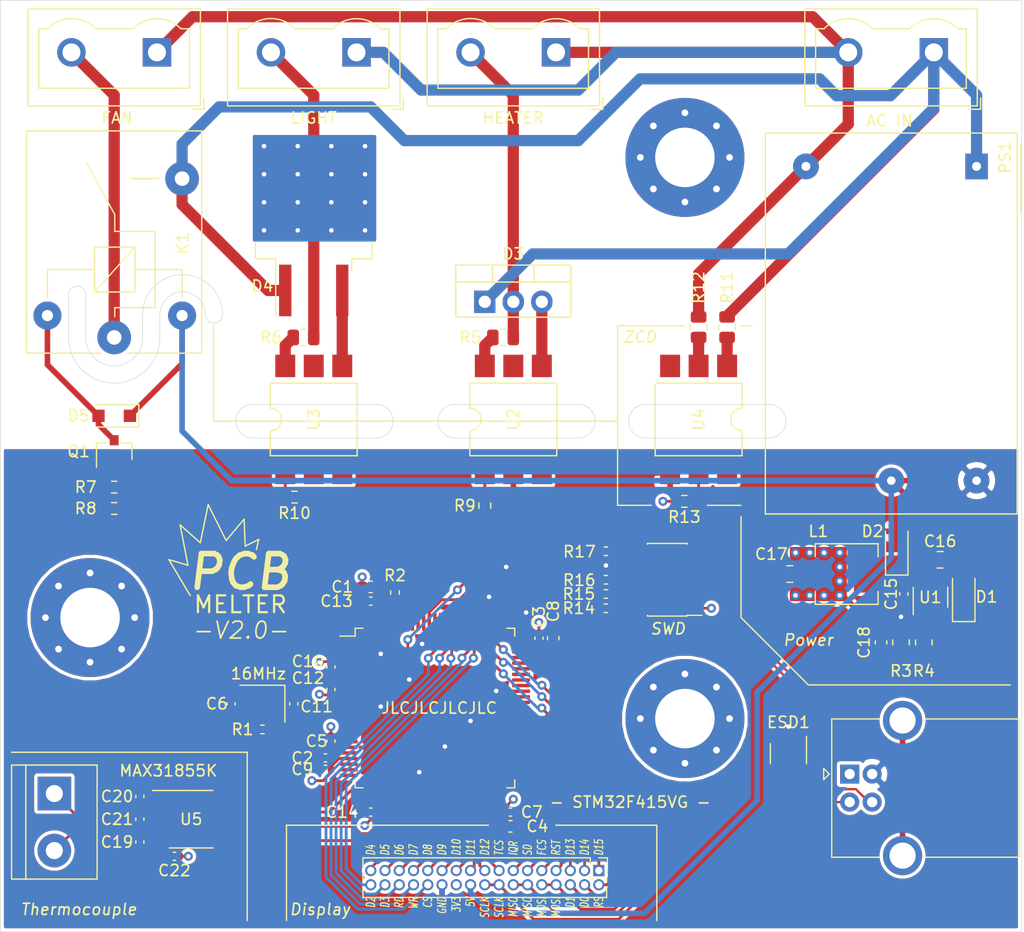
<source format=kicad_pcb>
(kicad_pcb (version 20171130) (host pcbnew "(5.1.7)-1")
  (layers (0 F.Cu mixed) (1 In1.Cu power) (2 In2.Cu power) (31 B.Cu mixed) (34 B.Paste user) (35 F.Paste user) (36 B.SilkS user) (37 F.SilkS user) (38 B.Mask user) (39 F.Mask user) (44 Edge.Cuts user))
  (net 0 "")
  (net 1 +3V3)
  (net 2 GND)
  (net 3 /STMF415VGT6/VCAP_1)
  (net 4 "Net-(C6-Pad1)")
  (net 5 /STMF415VGT6/VCAP_2)
  (net 6 /STMF415VGT6/OSC_IN)
  (net 7 "Net-(C15-Pad1)")
  (net 8 "Net-(C15-Pad2)")
  (net 9 +5V)
  (net 10 /Power/FB)
  (net 11 "Net-(C19-Pad1)")
  (net 12 "Net-(C20-Pad1)")
  (net 13 "Net-(CONN1-Pad5)")
  (net 14 "Net-(CONN2-Pad2)")
  (net 15 "Net-(CONN2-Pad4)")
  (net 16 "Net-(CONN2-Pad6)")
  (net 17 "Net-(CONN2-Pad10)")
  (net 18 AC_L)
  (net 19 AC_N)
  (net 20 "Net-(D3-Pad3)")
  (net 21 "Net-(D4-Pad3)")
  (net 22 "Net-(D5-Pad2)")
  (net 23 /Connectors/CONN_D-)
  (net 24 /Connectors/CONN_D+)
  (net 25 "Net-(H1-Pad1)")
  (net 26 "Net-(H2-Pad1)")
  (net 27 "Net-(H3-Pad1)")
  (net 28 /STMF415VGT6/OSC_OUT)
  (net 29 /Connectors/CONN_NRST)
  (net 30 /STMF415VGT6/MCU_TEMP_CS)
  (net 31 /STMF415VGT6/MCU_SPI1_SCLK)
  (net 32 /STMF415VGT6/MCU_SPI1_MISO)
  (net 33 /STMF415VGT6/MCU_D4)
  (net 34 /STMF415VGT6/MCU_D5)
  (net 35 /STMF415VGT6/MCU_D6)
  (net 36 /STMF415VGT6/MCU_D7)
  (net 37 /STMF415VGT6/MCU_D8)
  (net 38 /STMF415VGT6/MCU_D9)
  (net 39 /STMF415VGT6/MCU_D10)
  (net 40 /STMF415VGT6/MCU_D11)
  (net 41 /STMF415VGT6/MCU_D12)
  (net 42 /STMF415VGT6/MCU_D13)
  (net 43 /STMF415VGT6/MCU_D14)
  (net 44 /STMF415VGT6/MCU_D15)
  (net 45 /STMF415VGT6/MCU_A16)
  (net 46 /STMF415VGT6/MCU_D0)
  (net 47 /STMF415VGT6/MCU_D1)
  (net 48 /Connectors/CONN_SWDIO)
  (net 49 /Connectors/CONN_SWCLK)
  (net 50 /SPI3_SCLK)
  (net 51 /SPI3_MISO)
  (net 52 /SPI3_MOSI)
  (net 53 /STMF415VGT6/MCU_D2)
  (net 54 /STMF415VGT6/MCU_D3)
  (net 55 /STMF415VGT6/MCU_NOE)
  (net 56 /STMF415VGT6/MCU_NWE)
  (net 57 /STMF415VGT6/MCU_NE1)
  (net 58 /Connectors/CONN_SWO)
  (net 59 /STMF415VGT6/MCU_ZCD)
  (net 60 /Power-Control/LIGHT_GATE)
  (net 61 /Power-Control/HEATER_GATE)
  (net 62 /Power-Control/FAN_GATE)
  (net 63 /STMF415VGT6/BOOT0)
  (net 64 "Net-(Q1-Pad1)")
  (net 65 "Net-(R5-Pad1)")
  (net 66 "Net-(R6-Pad1)")
  (net 67 "Net-(R9-Pad2)")
  (net 68 "Net-(R10-Pad2)")
  (net 69 "Net-(R11-Pad1)")
  (net 70 "Net-(R12-Pad2)")
  (net 71 /Connectors/USB_D-)
  (net 72 /Connectors/USB_D+)
  (net 73 "Net-(CONN_FAN1-Pad2)")
  (net 74 "Net-(CONN_HEATER1-Pad2)")
  (net 75 "Net-(CONN_LIGHT1-Pad2)")
  (net 76 /TOUCH_CS)
  (net 77 /TOUCH_IRQ)
  (net 78 /SD_CS)
  (net 79 /FLASH_CS)
  (net 80 /STMF415VGT6/MCU_TFT_RST)
  (module Connector_PinHeader_1.27mm:PinHeader_2x17_P1.27mm_Vertical (layer F.Cu) (at 100.33 113.538 270)
    (fp_text reference J1)
    (fp_text value Conn_02x17_Odd_Even)
    (pad 34 thru_hole oval (at 1.27 20.32 270) (size 1 1) (drill 0.65) (layers *.Cu *.Mask) (net 53 /STMF415VGT6/MCU_D2))
    (pad 33 thru_hole oval (at 0 20.32 270) (size 1 1) (drill 0.65) (layers *.Cu *.Mask) (net 33 /STMF415VGT6/MCU_D4))
    (pad 32 thru_hole oval (at 1.27 19.05 270) (size 1 1) (drill 0.65) (layers *.Cu *.Mask) (net 54 /STMF415VGT6/MCU_D3))
    (pad 31 thru_hole oval (at 0 19.05 270) (size 1 1) (drill 0.65) (layers *.Cu *.Mask) (net 34 /STMF415VGT6/MCU_D5))
    (pad 30 thru_hole oval (at 1.27 17.78 270) (size 1 1) (drill 0.65) (layers *.Cu *.Mask) (net 55 /STMF415VGT6/MCU_NOE))
    (pad 29 thru_hole oval (at 0 17.78 270) (size 1 1) (drill 0.65) (layers *.Cu *.Mask) (net 35 /STMF415VGT6/MCU_D6))
    (pad 28 thru_hole oval (at 1.27 16.51 270) (size 1 1) (drill 0.65) (layers *.Cu *.Mask) (net 56 /STMF415VGT6/MCU_NWE))
    (pad 27 thru_hole oval (at 0 16.51 270) (size 1 1) (drill 0.65) (layers *.Cu *.Mask) (net 36 /STMF415VGT6/MCU_D7))
    (pad 26 thru_hole oval (at 1.27 15.24 270) (size 1 1) (drill 0.65) (layers *.Cu *.Mask) (net 57 /STMF415VGT6/MCU_NE1))
    (pad 25 thru_hole oval (at 0 15.24 270) (size 1 1) (drill 0.65) (layers *.Cu *.Mask) (net 37 /STMF415VGT6/MCU_D8))
    (pad 24 thru_hole oval (at 1.27 13.97 270) (size 1 1) (drill 0.65) (layers *.Cu *.Mask) (net 2 GND))
    (pad 23 thru_hole oval (at 0 13.97 270) (size 1 1) (drill 0.65) (layers *.Cu *.Mask) (net 38 /STMF415VGT6/MCU_D9))
    (pad 22 thru_hole oval (at 1.27 12.7 270) (size 1 1) (drill 0.65) (layers *.Cu *.Mask) (net 1 +3V3))
    (pad 21 thru_hole oval (at 0 12.7 270) (size 1 1) (drill 0.65) (layers *.Cu *.Mask) (net 39 /STMF415VGT6/MCU_D10))
    (pad 20 thru_hole oval (at 1.27 11.43 270) (size 1 1) (drill 0.65) (layers *.Cu *.Mask) (net 9 +5V))
    (pad 19 thru_hole oval (at 0 11.43 270) (size 1 1) (drill 0.65) (layers *.Cu *.Mask) (net 40 /STMF415VGT6/MCU_D11))
    (pad 18 thru_hole oval (at 1.27 10.16 270) (size 1 1) (drill 0.65) (layers *.Cu *.Mask) (net 50 /SPI3_SCLK))
    (pad 17 thru_hole oval (at 0 10.16 270) (size 1 1) (drill 0.65) (layers *.Cu *.Mask) (net 41 /STMF415VGT6/MCU_D12))
    (pad 16 thru_hole oval (at 1.27 8.89 270) (size 1 1) (drill 0.65) (layers *.Cu *.Mask) (net 50 /SPI3_SCLK))
    (pad 15 thru_hole oval (at 0 8.89 270) (size 1 1) (drill 0.65) (layers *.Cu *.Mask) (net 76 /TOUCH_CS))
    (pad 14 thru_hole oval (at 1.27 7.62 270) (size 1 1) (drill 0.65) (layers *.Cu *.Mask) (net 51 /SPI3_MISO))
    (pad 13 thru_hole oval (at 0 7.62 270) (size 1 1) (drill 0.65) (layers *.Cu *.Mask) (net 77 /TOUCH_IRQ))
    (pad 12 thru_hole oval (at 1.27 6.35 270) (size 1 1) (drill 0.65) (layers *.Cu *.Mask) (net 51 /SPI3_MISO))
    (pad 11 thru_hole oval (at 0 6.35 270) (size 1 1) (drill 0.65) (layers *.Cu *.Mask) (net 78 /SD_CS))
    (pad 10 thru_hole oval (at 1.27 5.08 270) (size 1 1) (drill 0.65) (layers *.Cu *.Mask) (net 52 /SPI3_MOSI))
    (pad 9 thru_hole oval (at 0 5.08 270) (size 1 1) (drill 0.65) (layers *.Cu *.Mask) (net 79 /FLASH_CS))
    (pad 8 thru_hole oval (at 1.27 3.81 270) (size 1 1) (drill 0.65) (layers *.Cu *.Mask) (net 52 /SPI3_MOSI))
    (pad 7 thru_hole oval (at 0 3.81 270) (size 1 1) (drill 0.65) (layers *.Cu *.Mask) (net 80 /STMF415VGT6/MCU_TFT_RST))
    (pad 6 thru_hole oval (at 1.27 2.54 270) (size 1 1) (drill 0.65) (layers *.Cu *.Mask) (net 47 /STMF415VGT6/MCU_D1))
    (pad 5 thru_hole oval (at 0 2.54 270) (size 1 1) (drill 0.65) (layers *.Cu *.Mask) (net 42 /STMF415VGT6/MCU_D13))
    (pad 4 thru_hole oval (at 1.27 1.27 270) (size 1 1) (drill 0.65) (layers *.Cu *.Mask) (net 46 /STMF415VGT6/MCU_D0))
    (pad 3 thru_hole oval (at 0 1.27 270) (size 1 1) (drill 0.65) (layers *.Cu *.Mask) (net 43 /STMF415VGT6/MCU_D14))
    (pad 2 thru_hole oval (at 1.27 0 270) (size 1 1) (drill 0.65) (layers *.Cu *.Mask) (net 45 /STMF415VGT6/MCU_A16))
    (pad 1 thru_hole rect (at 0 0 270) (size 1 1) (drill 0.65) (layers *.Cu *.Mask) (net 44 /STMF415VGT6/MCU_D15))
  )
  (module Package_QFP:LQFP-100_14x14mm_P0.5mm (layer F.Cu) (at 85.725 99.06)
    (fp_text reference MCU1)
    (fp_text value STM32F415VGTx)
    (pad 1 smd roundrect (at -7.675 -6) (size 1.6 0.3) (layers F.Cu F.Paste F.Mask))
    (pad 2 smd roundrect (at -7.675 -5.5) (size 1.6 0.3) (layers F.Cu F.Paste F.Mask))
    (pad 3 smd roundrect (at -7.675 -5) (size 1.6 0.3) (layers F.Cu F.Paste F.Mask))
    (pad 4 smd roundrect (at -7.675 -4.5) (size 1.6 0.3) (layers F.Cu F.Paste F.Mask))
    (pad 5 smd roundrect (at -7.675 -4) (size 1.6 0.3) (layers F.Cu F.Paste F.Mask))
    (pad 6 smd roundrect (at -7.675 -3.5) (size 1.6 0.3) (layers F.Cu F.Paste F.Mask) (net 1 +3V3))
    (pad 7 smd roundrect (at -7.675 -3) (size 1.6 0.3) (layers F.Cu F.Paste F.Mask))
    (pad 8 smd roundrect (at -7.675 -2.5) (size 1.6 0.3) (layers F.Cu F.Paste F.Mask))
    (pad 9 smd roundrect (at -7.675 -2) (size 1.6 0.3) (layers F.Cu F.Paste F.Mask))
    (pad 10 smd roundrect (at -7.675 -1.5) (size 1.6 0.3) (layers F.Cu F.Paste F.Mask) (net 2 GND))
    (pad 11 smd roundrect (at -7.675 -1) (size 1.6 0.3) (layers F.Cu F.Paste F.Mask) (net 1 +3V3))
    (pad 12 smd roundrect (at -7.675 -0.5) (size 1.6 0.3) (layers F.Cu F.Paste F.Mask) (net 6 /STMF415VGT6/OSC_IN))
    (pad 13 smd roundrect (at -7.675 0) (size 1.6 0.3) (layers F.Cu F.Paste F.Mask) (net 28 /STMF415VGT6/OSC_OUT))
    (pad 14 smd roundrect (at -7.675 0.5) (size 1.6 0.3) (layers F.Cu F.Paste F.Mask) (net 29 /Connectors/CONN_NRST))
    (pad 15 smd roundrect (at -7.675 1) (size 1.6 0.3) (layers F.Cu F.Paste F.Mask))
    (pad 16 smd roundrect (at -7.675 1.5) (size 1.6 0.3) (layers F.Cu F.Paste F.Mask))
    (pad 17 smd roundrect (at -7.675 2) (size 1.6 0.3) (layers F.Cu F.Paste F.Mask))
    (pad 18 smd roundrect (at -7.675 2.5) (size 1.6 0.3) (layers F.Cu F.Paste F.Mask))
    (pad 19 smd roundrect (at -7.675 3) (size 1.6 0.3) (layers F.Cu F.Paste F.Mask) (net 1 +3V3))
    (pad 20 smd roundrect (at -7.675 3.5) (size 1.6 0.3) (layers F.Cu F.Paste F.Mask) (net 2 GND))
    (pad 21 smd roundrect (at -7.675 4) (size 1.6 0.3) (layers F.Cu F.Paste F.Mask) (net 1 +3V3))
    (pad 22 smd roundrect (at -7.675 4.5) (size 1.6 0.3) (layers F.Cu F.Paste F.Mask) (net 1 +3V3))
    (pad 23 smd roundrect (at -7.675 5) (size 1.6 0.3) (layers F.Cu F.Paste F.Mask))
    (pad 24 smd roundrect (at -7.675 5.5) (size 1.6 0.3) (layers F.Cu F.Paste F.Mask))
    (pad 25 smd roundrect (at -7.675 6) (size 1.6 0.3) (layers F.Cu F.Paste F.Mask))
    (pad 26 smd roundrect (at -6 7.675) (size 0.3 1.6) (layers F.Cu F.Paste F.Mask))
    (pad 27 smd roundrect (at -5.5 7.675) (size 0.3 1.6) (layers F.Cu F.Paste F.Mask) (net 2 GND))
    (pad 28 smd roundrect (at -5 7.675) (size 0.3 1.6) (layers F.Cu F.Paste F.Mask) (net 1 +3V3))
    (pad 29 smd roundrect (at -4.5 7.675) (size 0.3 1.6) (layers F.Cu F.Paste F.Mask) (net 30 /STMF415VGT6/MCU_TEMP_CS))
    (pad 30 smd roundrect (at -4 7.675) (size 0.3 1.6) (layers F.Cu F.Paste F.Mask) (net 31 /STMF415VGT6/MCU_SPI1_SCLK))
    (pad 31 smd roundrect (at -3.5 7.675) (size 0.3 1.6) (layers F.Cu F.Paste F.Mask) (net 32 /STMF415VGT6/MCU_SPI1_MISO))
    (pad 32 smd roundrect (at -3 7.675) (size 0.3 1.6) (layers F.Cu F.Paste F.Mask))
    (pad 33 smd roundrect (at -2.5 7.675) (size 0.3 1.6) (layers F.Cu F.Paste F.Mask))
    (pad 34 smd roundrect (at -2 7.675) (size 0.3 1.6) (layers F.Cu F.Paste F.Mask))
    (pad 35 smd roundrect (at -1.5 7.675) (size 0.3 1.6) (layers F.Cu F.Paste F.Mask))
    (pad 36 smd roundrect (at -1 7.675) (size 0.3 1.6) (layers F.Cu F.Paste F.Mask))
    (pad 37 smd roundrect (at -0.5 7.675) (size 0.3 1.6) (layers F.Cu F.Paste F.Mask))
    (pad 38 smd roundrect (at 0 7.675) (size 0.3 1.6) (layers F.Cu F.Paste F.Mask) (net 33 /STMF415VGT6/MCU_D4))
    (pad 39 smd roundrect (at 0.5 7.675) (size 0.3 1.6) (layers F.Cu F.Paste F.Mask) (net 34 /STMF415VGT6/MCU_D5))
    (pad 40 smd roundrect (at 1 7.675) (size 0.3 1.6) (layers F.Cu F.Paste F.Mask) (net 35 /STMF415VGT6/MCU_D6))
    (pad 41 smd roundrect (at 1.5 7.675) (size 0.3 1.6) (layers F.Cu F.Paste F.Mask) (net 36 /STMF415VGT6/MCU_D7))
    (pad 42 smd roundrect (at 2 7.675) (size 0.3 1.6) (layers F.Cu F.Paste F.Mask) (net 37 /STMF415VGT6/MCU_D8))
    (pad 43 smd roundrect (at 2.5 7.675) (size 0.3 1.6) (layers F.Cu F.Paste F.Mask) (net 38 /STMF415VGT6/MCU_D9))
    (pad 44 smd roundrect (at 3 7.675) (size 0.3 1.6) (layers F.Cu F.Paste F.Mask) (net 39 /STMF415VGT6/MCU_D10))
    (pad 45 smd roundrect (at 3.5 7.675) (size 0.3 1.6) (layers F.Cu F.Paste F.Mask) (net 40 /STMF415VGT6/MCU_D11))
    (pad 46 smd roundrect (at 4 7.675) (size 0.3 1.6) (layers F.Cu F.Paste F.Mask) (net 41 /STMF415VGT6/MCU_D12))
    (pad 47 smd roundrect (at 4.5 7.675) (size 0.3 1.6) (layers F.Cu F.Paste F.Mask) (net 76 /TOUCH_CS))
    (pad 48 smd roundrect (at 5 7.675) (size 0.3 1.6) (layers F.Cu F.Paste F.Mask))
    (pad 49 smd roundrect (at 5.5 7.675) (size 0.3 1.6) (layers F.Cu F.Paste F.Mask) (net 3 /STMF415VGT6/VCAP_1))
    (pad 50 smd roundrect (at 6 7.675) (size 0.3 1.6) (layers F.Cu F.Paste F.Mask) (net 1 +3V3))
    (pad 51 smd roundrect (at 7.675 6) (size 1.6 0.3) (layers F.Cu F.Paste F.Mask) (net 77 /TOUCH_IRQ))
    (pad 52 smd roundrect (at 7.675 5.5) (size 1.6 0.3) (layers F.Cu F.Paste F.Mask) (net 78 /SD_CS))
    (pad 53 smd roundrect (at 7.675 5) (size 1.6 0.3) (layers F.Cu F.Paste F.Mask) (net 79 /FLASH_CS))
    (pad 54 smd roundrect (at 7.675 4.5) (size 1.6 0.3) (layers F.Cu F.Paste F.Mask) (net 80 /STMF415VGT6/MCU_TFT_RST))
    (pad 55 smd roundrect (at 7.675 4) (size 1.6 0.3) (layers F.Cu F.Paste F.Mask) (net 42 /STMF415VGT6/MCU_D13))
    (pad 56 smd roundrect (at 7.675 3.5) (size 1.6 0.3) (layers F.Cu F.Paste F.Mask) (net 43 /STMF415VGT6/MCU_D14))
    (pad 57 smd roundrect (at 7.675 3) (size 1.6 0.3) (layers F.Cu F.Paste F.Mask) (net 44 /STMF415VGT6/MCU_D15))
    (pad 58 smd roundrect (at 7.675 2.5) (size 1.6 0.3) (layers F.Cu F.Paste F.Mask) (net 45 /STMF415VGT6/MCU_A16))
    (pad 59 smd roundrect (at 7.675 2) (size 1.6 0.3) (layers F.Cu F.Paste F.Mask))
    (pad 60 smd roundrect (at 7.675 1.5) (size 1.6 0.3) (layers F.Cu F.Paste F.Mask))
    (pad 61 smd roundrect (at 7.675 1) (size 1.6 0.3) (layers F.Cu F.Paste F.Mask) (net 46 /STMF415VGT6/MCU_D0))
    (pad 62 smd roundrect (at 7.675 0.5) (size 1.6 0.3) (layers F.Cu F.Paste F.Mask) (net 47 /STMF415VGT6/MCU_D1))
    (pad 63 smd roundrect (at 7.675 0) (size 1.6 0.3) (layers F.Cu F.Paste F.Mask))
    (pad 64 smd roundrect (at 7.675 -0.5) (size 1.6 0.3) (layers F.Cu F.Paste F.Mask))
    (pad 65 smd roundrect (at 7.675 -1) (size 1.6 0.3) (layers F.Cu F.Paste F.Mask))
    (pad 66 smd roundrect (at 7.675 -1.5) (size 1.6 0.3) (layers F.Cu F.Paste F.Mask))
    (pad 67 smd roundrect (at 7.675 -2) (size 1.6 0.3) (layers F.Cu F.Paste F.Mask))
    (pad 68 smd roundrect (at 7.675 -2.5) (size 1.6 0.3) (layers F.Cu F.Paste F.Mask))
    (pad 69 smd roundrect (at 7.675 -3) (size 1.6 0.3) (layers F.Cu F.Paste F.Mask))
    (pad 70 smd roundrect (at 7.675 -3.5) (size 1.6 0.3) (layers F.Cu F.Paste F.Mask) (net 23 /Connectors/CONN_D-))
    (pad 71 smd roundrect (at 7.675 -4) (size 1.6 0.3) (layers F.Cu F.Paste F.Mask) (net 24 /Connectors/CONN_D+))
    (pad 72 smd roundrect (at 7.675 -4.5) (size 1.6 0.3) (layers F.Cu F.Paste F.Mask) (net 48 /Connectors/CONN_SWDIO))
    (pad 73 smd roundrect (at 7.675 -5) (size 1.6 0.3) (layers F.Cu F.Paste F.Mask) (net 5 /STMF415VGT6/VCAP_2))
    (pad 74 smd roundrect (at 7.675 -5.5) (size 1.6 0.3) (layers F.Cu F.Paste F.Mask) (net 2 GND))
    (pad 75 smd roundrect (at 7.675 -6) (size 1.6 0.3) (layers F.Cu F.Paste F.Mask) (net 1 +3V3))
    (pad 76 smd roundrect (at 6 -7.675) (size 0.3 1.6) (layers F.Cu F.Paste F.Mask) (net 49 /Connectors/CONN_SWCLK))
    (pad 77 smd roundrect (at 5.5 -7.675) (size 0.3 1.6) (layers F.Cu F.Paste F.Mask))
    (pad 78 smd roundrect (at 5 -7.675) (size 0.3 1.6) (layers F.Cu F.Paste F.Mask) (net 50 /SPI3_SCLK))
    (pad 79 smd roundrect (at 4.5 -7.675) (size 0.3 1.6) (layers F.Cu F.Paste F.Mask) (net 51 /SPI3_MISO))
    (pad 80 smd roundrect (at 4 -7.675) (size 0.3 1.6) (layers F.Cu F.Paste F.Mask) (net 52 /SPI3_MOSI))
    (pad 81 smd roundrect (at 3.5 -7.675) (size 0.3 1.6) (layers F.Cu F.Paste F.Mask) (net 53 /STMF415VGT6/MCU_D2))
    (pad 82 smd roundrect (at 3 -7.675) (size 0.3 1.6) (layers F.Cu F.Paste F.Mask) (net 54 /STMF415VGT6/MCU_D3))
    (pad 83 smd roundrect (at 2.5 -7.675) (size 0.3 1.6) (layers F.Cu F.Paste F.Mask))
    (pad 84 smd roundrect (at 2 -7.675) (size 0.3 1.6) (layers F.Cu F.Paste F.Mask))
    (pad 85 smd roundrect (at 1.5 -7.675) (size 0.3 1.6) (layers F.Cu F.Paste F.Mask) (net 55 /STMF415VGT6/MCU_NOE))
    (pad 86 smd roundrect (at 1 -7.675) (size 0.3 1.6) (layers F.Cu F.Paste F.Mask) (net 56 /STMF415VGT6/MCU_NWE))
    (pad 87 smd roundrect (at 0.5 -7.675) (size 0.3 1.6) (layers F.Cu F.Paste F.Mask))
    (pad 88 smd roundrect (at 0 -7.675) (size 0.3 1.6) (layers F.Cu F.Paste F.Mask) (net 57 /STMF415VGT6/MCU_NE1))
    (pad 89 smd roundrect (at -0.5 -7.675) (size 0.3 1.6) (layers F.Cu F.Paste F.Mask) (net 58 /Connectors/CONN_SWO))
    (pad 90 smd roundrect (at -1 -7.675) (size 0.3 1.6) (layers F.Cu F.Paste F.Mask) (net 59 /STMF415VGT6/MCU_ZCD))
    (pad 91 smd roundrect (at -1.5 -7.675) (size 0.3 1.6) (layers F.Cu F.Paste F.Mask) (net 61 /Power-Control/HEATER_GATE))
    (pad 92 smd roundrect (at -2 -7.675) (size 0.3 1.6) (layers F.Cu F.Paste F.Mask) (net 60 /Power-Control/LIGHT_GATE))
    (pad 93 smd roundrect (at -2.5 -7.675) (size 0.3 1.6) (layers F.Cu F.Paste F.Mask) (net 62 /Power-Control/FAN_GATE))
    (pad 94 smd roundrect (at -3 -7.675) (size 0.3 1.6) (layers F.Cu F.Paste F.Mask) (net 63 /STMF415VGT6/BOOT0))
    (pad 95 smd roundrect (at -3.5 -7.675) (size 0.3 1.6) (layers F.Cu F.Paste F.Mask))
    (pad 96 smd roundrect (at -4 -7.675) (size 0.3 1.6) (layers F.Cu F.Paste F.Mask))
    (pad 97 smd roundrect (at -4.5 -7.675) (size 0.3 1.6) (layers F.Cu F.Paste F.Mask))
    (pad 98 smd roundrect (at -5 -7.675) (size 0.3 1.6) (layers F.Cu F.Paste F.Mask))
    (pad 99 smd roundrect (at -5.5 -7.675) (size 0.3 1.6) (layers F.Cu F.Paste F.Mask) (net 2 GND))
    (pad 100 smd roundrect (at -6 -7.675) (size 0.3 1.6) (layers F.Cu F.Paste F.Mask) (net 1 +3V3))
  )
  (module Relay_THT:Relay_SPST_SANYOU_SRD_Series_Form_A (layer F.Cu) (at 57.15 66.04 90)
    (fp_text reference K1 (at 8.382 6.096 90) (layer F.SilkS))
    (fp_text value SANYOU_SRD_Form_A)
    (pad 2 thru_hole circle (at 1.95 6.05 180) (size 2.5 2.5) (drill 1) (layers *.Cu *.Mask) (net 9 +5V))
    (pad 3 thru_hole circle (at 14.15 6.05 180) (size 3 3) (drill 1.3) (layers *.Cu *.Mask) (net 19 AC_N))
    (pad 5 thru_hole circle (at 1.95 -5.95 180) (size 2.5 2.5) (drill 1) (layers *.Cu *.Mask) (net 22 "Net-(D5-Pad2)"))
    (pad 1 thru_hole circle (at 0 0 180) (size 3 3) (drill 1.3) (layers *.Cu *.Mask) (net 73 "Net-(CONN_FAN1-Pad2)"))
  )
  (module Capacitor_SMD:C_0603_1608Metric (layer F.Cu) (at 80.01 88.265)
    (fp_text reference C1 (at -2.54 0) (layer F.SilkS))
    (fp_text value 4.7u)
    (pad 1 smd roundrect (at -0.775 0) (size 0.9 0.95) (layers F.Cu F.Paste F.Mask) (net 1 +3V3))
    (pad 2 smd roundrect (at 0.775 0) (size 0.9 0.95) (layers F.Cu F.Paste F.Mask) (net 2 GND))
  )
  (module Capacitor_SMD:C_0402_1005Metric (layer F.Cu) (at 75.974 103.505 180)
    (fp_text reference C2 (at 2.06 0) (layer F.SilkS))
    (fp_text value 100n)
    (pad 2 smd roundrect (at 0.48 0 180) (size 0.56 0.62) (layers F.Cu F.Paste F.Mask) (net 2 GND))
    (pad 1 smd roundrect (at -0.48 0 180) (size 0.56 0.62) (layers F.Cu F.Paste F.Mask) (net 1 +3V3))
  )
  (module Capacitor_SMD:C_0402_1005Metric (layer F.Cu) (at 94.996 92.837 270)
    (fp_text reference C3 (at -1.905 0 90) (layer F.SilkS))
    (fp_text value 100n)
    (pad 2 smd roundrect (at 0.48 0 270) (size 0.56 0.62) (layers F.Cu F.Paste F.Mask) (net 2 GND))
    (pad 1 smd roundrect (at -0.48 0 270) (size 0.56 0.62) (layers F.Cu F.Paste F.Mask) (net 1 +3V3))
  )
  (module Capacitor_SMD:C_0603_1608Metric (layer F.Cu) (at 92.456 109.601)
    (fp_text reference C4 (at 2.4 0) (layer F.SilkS))
    (fp_text value 2.2u)
    (pad 1 smd roundrect (at -0.775 0) (size 0.9 0.95) (layers F.Cu F.Paste F.Mask) (net 3 /STMF415VGT6/VCAP_1))
    (pad 2 smd roundrect (at 0.775 0) (size 0.9 0.95) (layers F.Cu F.Paste F.Mask) (net 2 GND))
  )
  (module Capacitor_SMD:C_0402_1005Metric (layer F.Cu) (at 76.454 102.009 270)
    (fp_text reference C5 (at 0 1.27 180) (layer F.SilkS))
    (fp_text value 100n)
    (pad 1 smd roundrect (at -0.48 0 270) (size 0.56 0.62) (layers F.Cu F.Paste F.Mask) (net 1 +3V3))
    (pad 2 smd roundrect (at 0.48 0 270) (size 0.56 0.62) (layers F.Cu F.Paste F.Mask) (net 2 GND))
  )
  (module Capacitor_SMD:C_0402_1005Metric (layer F.Cu) (at 67.564 98.679 90)
    (fp_text reference C6 (at 0 -1.27 180) (layer F.SilkS))
    (fp_text value 12p)
    (pad 1 smd roundrect (at -0.48 0 90) (size 0.56 0.62) (layers F.Cu F.Paste F.Mask) (net 4 "Net-(C6-Pad1)"))
    (pad 2 smd roundrect (at 0.48 0 90) (size 0.56 0.62) (layers F.Cu F.Paste F.Mask) (net 2 GND))
  )
  (module Capacitor_SMD:C_0402_1005Metric (layer F.Cu) (at 92.456 108.331)
    (fp_text reference C7 (at 1.905 0) (layer F.SilkS))
    (fp_text value 100n)
    (pad 2 smd roundrect (at 0.48 0) (size 0.56 0.62) (layers F.Cu F.Paste F.Mask) (net 2 GND))
    (pad 1 smd roundrect (at -0.48 0) (size 0.56 0.62) (layers F.Cu F.Paste F.Mask) (net 1 +3V3))
  )
  (module Capacitor_SMD:C_0603_1608Metric (layer F.Cu) (at 96.266 92.837 90)
    (fp_text reference C8 (at 2.4 0 90) (layer F.SilkS))
    (fp_text value 2.2u)
    (pad 2 smd roundrect (at 0.775 0 90) (size 0.9 0.95) (layers F.Cu F.Paste F.Mask) (net 2 GND))
    (pad 1 smd roundrect (at -0.775 0 90) (size 0.9 0.95) (layers F.Cu F.Paste F.Mask) (net 5 /STMF415VGT6/VCAP_2))
  )
  (module Capacitor_SMD:C_0402_1005Metric (layer F.Cu) (at 75.974 104.521 180)
    (fp_text reference C9 (at 2.06 0) (layer F.SilkS))
    (fp_text value 100n)
    (pad 1 smd roundrect (at -0.48 0 180) (size 0.56 0.62) (layers F.Cu F.Paste F.Mask) (net 1 +3V3))
    (pad 2 smd roundrect (at 0.48 0 180) (size 0.56 0.62) (layers F.Cu F.Paste F.Mask) (net 2 GND))
  )
  (module Capacitor_SMD:C_0402_1005Metric (layer F.Cu) (at 76.454 95.405 270)
    (fp_text reference C10 (at -0.508 2.032 180) (layer F.SilkS))
    (fp_text value 100n)
    (pad 2 smd roundrect (at 0.48 0 270) (size 0.56 0.62) (layers F.Cu F.Paste F.Mask) (net 2 GND))
    (pad 1 smd roundrect (at -0.48 0 270) (size 0.56 0.62) (layers F.Cu F.Paste F.Mask) (net 1 +3V3))
  )
  (module Capacitor_SMD:C_0402_1005Metric (layer F.Cu) (at 73.152 98.679 270)
    (fp_text reference C11 (at 0.254 -2.032 180) (layer F.SilkS))
    (fp_text value 12p)
    (pad 2 smd roundrect (at 0.48 0 270) (size 0.56 0.62) (layers F.Cu F.Paste F.Mask) (net 2 GND))
    (pad 1 smd roundrect (at -0.48 0 270) (size 0.56 0.62) (layers F.Cu F.Paste F.Mask) (net 6 /STMF415VGT6/OSC_IN))
  )
  (module Capacitor_SMD:C_0402_1005Metric (layer F.Cu) (at 76.454 97.409 90)
    (fp_text reference C12 (at 1.016 -2.032 180) (layer F.SilkS))
    (fp_text value 100n)
    (pad 1 smd roundrect (at -0.48 0 90) (size 0.56 0.62) (layers F.Cu F.Paste F.Mask) (net 1 +3V3))
    (pad 2 smd roundrect (at 0.48 0 90) (size 0.56 0.62) (layers F.Cu F.Paste F.Mask) (net 2 GND))
  )
  (module Capacitor_SMD:C_0402_1005Metric (layer F.Cu) (at 80.01 89.535)
    (fp_text reference C13 (at -3.048 0) (layer F.SilkS))
    (fp_text value 100n)
    (pad 2 smd roundrect (at 0.48 0) (size 0.56 0.62) (layers F.Cu F.Paste F.Mask) (net 2 GND))
    (pad 1 smd roundrect (at -0.48 0) (size 0.56 0.62) (layers F.Cu F.Paste F.Mask) (net 1 +3V3))
  )
  (module Capacitor_SMD:C_0402_1005Metric (layer F.Cu) (at 80.01 108.331 180)
    (fp_text reference C14 (at 2.54 0) (layer F.SilkS))
    (fp_text value 100n)
    (pad 1 smd roundrect (at -0.48 0 180) (size 0.56 0.62) (layers F.Cu F.Paste F.Mask) (net 1 +3V3))
    (pad 2 smd roundrect (at 0.48 0 180) (size 0.56 0.62) (layers F.Cu F.Paste F.Mask) (net 2 GND))
  )
  (module Capacitor_SMD:C_0402_1005Metric (layer F.Cu) (at 127.508 88.9 270)
    (fp_text reference C15 (at 0 1.143 270) (layer F.SilkS))
    (fp_text value 100n)
    (pad 1 smd roundrect (at -0.48 0 270) (size 0.56 0.62) (layers F.Cu F.Paste F.Mask) (net 7 "Net-(C15-Pad1)"))
    (pad 2 smd roundrect (at 0.48 0 270) (size 0.56 0.62) (layers F.Cu F.Paste F.Mask) (net 8 "Net-(C15-Pad2)"))
  )
  (module Capacitor_SMD:C_0805_2012Metric (layer F.Cu) (at 130.744 85.852 180)
    (fp_text reference C16 (at 0 1.651) (layer F.SilkS))
    (fp_text value 4.7u)
    (pad 2 smd roundrect (at 0.95 0 180) (size 1 1.45) (layers F.Cu F.Paste F.Mask) (net 9 +5V))
    (pad 1 smd roundrect (at -0.95 0 180) (size 1 1.45) (layers F.Cu F.Paste F.Mask) (net 2 GND))
  )
  (module Capacitor_SMD:C_0805_2012Metric (layer F.Cu) (at 117.348 87.122)
    (fp_text reference C17 (at -1.651 -1.778 180) (layer F.SilkS))
    (fp_text value 10u)
    (pad 1 smd roundrect (at -0.95 0) (size 1 1.45) (layers F.Cu F.Paste F.Mask) (net 2 GND))
    (pad 2 smd roundrect (at 0.95 0) (size 1 1.45) (layers F.Cu F.Paste F.Mask) (net 1 +3V3))
  )
  (module Capacitor_SMD:C_0603_1608Metric (layer F.Cu) (at 125.476 93.218 90)
    (fp_text reference C18 (at 0 -1.524 90) (layer F.SilkS))
    (fp_text value 33p)
    (pad 2 smd roundrect (at 0.775 0 90) (size 0.9 0.95) (layers F.Cu F.Paste F.Mask) (net 1 +3V3))
    (pad 1 smd roundrect (at -0.775 0 90) (size 0.9 0.95) (layers F.Cu F.Paste F.Mask) (net 10 /Power/FB))
  )
  (module Capacitor_SMD:C_0402_1005Metric (layer F.Cu) (at 59.436 110.998 270)
    (fp_text reference C19 (at 0 2.032 180) (layer F.SilkS))
    (fp_text value 10n)
    (pad 1 smd roundrect (at -0.48 0 270) (size 0.56 0.62) (layers F.Cu F.Paste F.Mask) (net 11 "Net-(C19-Pad1)"))
    (pad 2 smd roundrect (at 0.48 0 270) (size 0.56 0.62) (layers F.Cu F.Paste F.Mask) (net 2 GND))
  )
  (module Capacitor_SMD:C_0402_1005Metric (layer F.Cu) (at 59.436 106.934 90)
    (fp_text reference C20 (at 0 -2.032 180) (layer F.SilkS))
    (fp_text value 10n)
    (pad 2 smd roundrect (at 0.48 0 90) (size 0.56 0.62) (layers F.Cu F.Paste F.Mask) (net 2 GND))
    (pad 1 smd roundrect (at -0.48 0 90) (size 0.56 0.62) (layers F.Cu F.Paste F.Mask) (net 12 "Net-(C20-Pad1)"))
  )
  (module Capacitor_SMD:C_0402_1005Metric (layer F.Cu) (at 59.436 108.966 90)
    (fp_text reference C21 (at 0 -2.032 180) (layer F.SilkS))
    (fp_text value 100n)
    (pad 1 smd roundrect (at -0.48 0 90) (size 0.56 0.62) (layers F.Cu F.Paste F.Mask) (net 11 "Net-(C19-Pad1)"))
    (pad 2 smd roundrect (at 0.48 0 90) (size 0.56 0.62) (layers F.Cu F.Paste F.Mask) (net 12 "Net-(C20-Pad1)"))
  )
  (module Capacitor_SMD:C_0402_1005Metric (layer F.Cu) (at 62.512 112.268 180)
    (fp_text reference C22 (at 0 -1.27) (layer F.SilkS))
    (fp_text value 100n)
    (pad 2 smd roundrect (at 0.48 0 180) (size 0.56 0.62) (layers F.Cu F.Paste F.Mask) (net 2 GND))
    (pad 1 smd roundrect (at -0.48 0 180) (size 0.56 0.62) (layers F.Cu F.Paste F.Mask) (net 1 +3V3))
  )
  (module Connector_USB:USB_B_OST_USB-B1HSxx_Horizontal (layer F.Cu) (at 122.682 104.942)
    (fp_text reference CONN1)
    (fp_text value USB_B)
    (pad 1 thru_hole rect (at 0 0) (size 1.7 1.7) (drill 0.92) (layers *.Cu *.Mask))
    (pad 2 thru_hole circle (at 0 2.5) (size 1.7 1.7) (drill 0.92) (layers *.Cu *.Mask) (net 71 /Connectors/USB_D-))
    (pad 3 thru_hole circle (at 2 2.5) (size 1.7 1.7) (drill 0.92) (layers *.Cu *.Mask) (net 72 /Connectors/USB_D+))
    (pad 4 thru_hole circle (at 2 0) (size 1.7 1.7) (drill 0.92) (layers *.Cu *.Mask) (net 2 GND))
    (pad 5 thru_hole circle (at 4.71 -4.77) (size 3.5 3.5) (drill 2.33) (layers *.Cu *.Mask) (net 13 "Net-(CONN1-Pad5)"))
    (pad 5 thru_hole circle (at 4.71 7.27) (size 3.5 3.5) (drill 2.33) (layers *.Cu *.Mask) (net 13 "Net-(CONN1-Pad5)"))
  )
  (module Connector_PinHeader_1.27mm:PinHeader_2x05_P1.27mm_Vertical_SMD (layer F.Cu) (at 106.426 87.63 180)
    (fp_text reference CONN2)
    (fp_text value SWD)
    (pad 1 smd rect (at -1.95 -2.54 180) (size 2.4 0.74) (layers F.Cu F.Paste F.Mask) (net 1 +3V3))
    (pad 2 smd rect (at 1.95 -2.54 180) (size 2.4 0.74) (layers F.Cu F.Paste F.Mask) (net 14 "Net-(CONN2-Pad2)"))
    (pad 3 smd rect (at -1.95 -1.27 180) (size 2.4 0.74) (layers F.Cu F.Paste F.Mask) (net 2 GND))
    (pad 4 smd rect (at 1.95 -1.27 180) (size 2.4 0.74) (layers F.Cu F.Paste F.Mask) (net 15 "Net-(CONN2-Pad4)"))
    (pad 5 smd rect (at -1.95 0 180) (size 2.4 0.74) (layers F.Cu F.Paste F.Mask) (net 2 GND))
    (pad 6 smd rect (at 1.95 0 180) (size 2.4 0.74) (layers F.Cu F.Paste F.Mask) (net 16 "Net-(CONN2-Pad6)"))
    (pad 7 smd rect (at -1.95 1.27 180) (size 2.4 0.74) (layers F.Cu F.Paste F.Mask))
    (pad 8 smd rect (at 1.95 1.27 180) (size 2.4 0.74) (layers F.Cu F.Paste F.Mask))
    (pad 9 smd rect (at -1.95 2.54 180) (size 2.4 0.74) (layers F.Cu F.Paste F.Mask) (net 2 GND))
    (pad 10 smd rect (at 1.95 2.54 180) (size 2.4 0.74) (layers F.Cu F.Paste F.Mask) (net 17 "Net-(CONN2-Pad10)"))
  )
  (module TerminalBlock:TerminalBlock_Wuerth_691311400102_P7.62mm (layer F.Cu) (at 130.175 40.64 180)
    (fp_text reference CONN_AC1)
    (fp_text value Conn_01x02)
    (pad 1 thru_hole rect (at 0 0 180) (size 2.54 2.54) (drill 1.6) (layers *.Cu *.Mask) (net 19 AC_N))
    (pad 2 thru_hole circle (at 7.62 0 180) (size 2.54 2.54) (drill 1.6) (layers *.Cu *.Mask) (net 18 AC_L))
  )
  (module TerminalBlock:TerminalBlock_Wuerth_691311400102_P7.62mm (layer F.Cu) (at 96.52 40.64 180)
    (fp_text reference CONN_HEATER1)
    (fp_text value Conn_01x02)
    (pad 1 thru_hole rect (at 0 0 180) (size 2.54 2.54) (drill 1.6) (layers *.Cu *.Mask) (net 18 AC_L))
    (pad 2 thru_hole circle (at 7.62 0 180) (size 2.54 2.54) (drill 1.6) (layers *.Cu *.Mask) (net 74 "Net-(CONN_HEATER1-Pad2)"))
  )
  (module TerminalBlock:TerminalBlock_Wuerth_691311400102_P7.62mm (layer F.Cu) (at 78.74 40.64 180)
    (fp_text reference CONN_LIGHT1)
    (fp_text value Conn_01x02)
    (pad 2 thru_hole circle (at 7.62 0 180) (size 2.54 2.54) (drill 1.6) (layers *.Cu *.Mask) (net 75 "Net-(CONN_LIGHT1-Pad2)"))
    (pad 1 thru_hole rect (at 0 0 180) (size 2.54 2.54) (drill 1.6) (layers *.Cu *.Mask) (net 18 AC_L))
  )
  (module TerminalBlock:TerminalBlock_Wuerth_691311400102_P7.62mm (layer F.Cu) (at 60.96 40.64 180)
    (fp_text reference CONN_FAN1)
    (fp_text value Conn_01x02)
    (pad 1 thru_hole rect (at 0 0 180) (size 2.54 2.54) (drill 1.6) (layers *.Cu *.Mask) (net 18 AC_L))
    (pad 2 thru_hole circle (at 7.62 0 180) (size 2.54 2.54) (drill 1.6) (layers *.Cu *.Mask) (net 73 "Net-(CONN_FAN1-Pad2)"))
  )
  (module Diode_SMD:D_SOD-123F (layer F.Cu) (at 132.842 89.154 90)
    (fp_text reference D1 (at 0 2.032 180) (layer F.SilkS))
    (fp_text value SM4007PL)
    (pad 1 smd rect (at -1.4 0 90) (size 1.1 1.1) (layers F.Cu F.Paste F.Mask) (net 8 "Net-(C15-Pad2)"))
    (pad 2 smd rect (at 1.4 0 90) (size 1.1 1.1) (layers F.Cu F.Paste F.Mask) (net 9 +5V))
  )
  (module Diode_SMD:D_SOD-123 (layer F.Cu) (at 126.873 84.964 90)
    (fp_text reference D2 (at 1.652 -2.159 180) (layer F.SilkS))
    (fp_text value B5819W)
    (pad 1 smd rect (at -1.65 0 90) (size 0.9 1.2) (layers F.Cu F.Paste F.Mask) (net 7 "Net-(C15-Pad1)"))
    (pad 2 smd rect (at 1.65 0 90) (size 0.9 1.2) (layers F.Cu F.Paste F.Mask) (net 2 GND))
  )
  (module Package_TO_SOT_THT:TO-220-3_Vertical (layer F.Cu) (at 90.17 62.865)
    (fp_text reference D3 (at 2.54 -4.27) (layer F.SilkS))
    (fp_text value T1235-600G-TR)
    (pad 1 thru_hole rect (at 0 0) (size 1.905 2) (drill 1.1) (layers *.Cu *.Mask) (net 19 AC_N))
    (pad 2 thru_hole oval (at 2.54 0) (size 1.905 2) (drill 1.1) (layers *.Cu *.Mask) (net 74 "Net-(CONN_HEATER1-Pad2)"))
    (pad 3 thru_hole oval (at 5.08 0) (size 1.905 2) (drill 1.1) (layers *.Cu *.Mask) (net 20 "Net-(D3-Pad3)"))
  )
  (module Package_TO_SOT_SMD:TO-263-2 (layer F.Cu) (at 74.93 56.08 90)
    (fp_text reference D4 (at -5.388 -4.572 180) (layer F.SilkS))
    (fp_text value T1235-600G-TR)
    (pad 1 smd rect (at -5.775 -2.54 90) (size 4.6 1.1) (layers F.Cu F.Paste F.Mask) (net 19 AC_N))
    (pad 3 smd rect (at -5.775 2.54 90) (size 4.6 1.1) (layers F.Cu F.Paste F.Mask) (net 21 "Net-(D4-Pad3)"))
    (pad 2 smd rect (at 3.375 0 90) (size 9.4 10.8) (layers F.Cu F.Mask) (net 75 "Net-(CONN_LIGHT1-Pad2)"))
  )
  (module Diode_SMD:D_SOD-123F (layer F.Cu) (at 57.15 73.025 180)
    (fp_text reference D5 (at 3.175 0) (layer F.SilkS))
    (fp_text value SM4007PL)
    (pad 2 smd rect (at 1.4 0 180) (size 1.1 1.1) (layers F.Cu F.Paste F.Mask) (net 22 "Net-(D5-Pad2)"))
    (pad 1 smd rect (at -1.4 0 180) (size 1.1 1.1) (layers F.Cu F.Paste F.Mask) (net 9 +5V))
  )
  (module Package_TO_SOT_SMD:SOT-23-6 (layer F.Cu) (at 117.221 103.124 270)
    (fp_text reference ESD1 (at -2.794 0 180) (layer F.SilkS))
    (fp_text value USBLC6-2SC6)
    (pad 1 smd rect (at -1.1 -0.95 270) (size 1.06 0.65) (layers F.Cu F.Paste F.Mask) (net 24 /Connectors/CONN_D+))
    (pad 2 smd rect (at -1.1 0 270) (size 1.06 0.65) (layers F.Cu F.Paste F.Mask) (net 2 GND))
    (pad 3 smd rect (at -1.1 0.95 270) (size 1.06 0.65) (layers F.Cu F.Paste F.Mask) (net 23 /Connectors/CONN_D-))
    (pad 4 smd rect (at 1.1 0.95 270) (size 1.06 0.65) (layers F.Cu F.Paste F.Mask) (net 71 /Connectors/USB_D-))
    (pad 6 smd rect (at 1.1 -0.95 270) (size 1.06 0.65) (layers F.Cu F.Paste F.Mask) (net 72 /Connectors/USB_D+))
    (pad 5 smd rect (at 1.1 0 270) (size 1.06 0.65) (layers F.Cu F.Paste F.Mask) (net 9 +5V))
  )
  (module MountingHole:MountingHole_5.3mm_M5_Pad_Via (layer F.Cu) (at 55 91)
    (fp_text reference H1)
    (fp_text value MountingHole_Pad)
    (pad 1 thru_hole circle (at 0 0) (size 10.6 10.6) (drill 5.3) (layers *.Cu *.Mask) (net 25 "Net-(H1-Pad1)"))
    (pad 1 thru_hole circle (at 3.975 0) (size 0.9 0.9) (drill 0.6) (layers *.Cu *.Mask) (net 25 "Net-(H1-Pad1)"))
    (pad 1 thru_hole circle (at 2.810749 2.810749) (size 0.9 0.9) (drill 0.6) (layers *.Cu *.Mask) (net 25 "Net-(H1-Pad1)"))
    (pad 1 thru_hole circle (at 0 3.975) (size 0.9 0.9) (drill 0.6) (layers *.Cu *.Mask) (net 25 "Net-(H1-Pad1)"))
    (pad 1 thru_hole circle (at -2.810749 2.810749) (size 0.9 0.9) (drill 0.6) (layers *.Cu *.Mask) (net 25 "Net-(H1-Pad1)"))
    (pad 1 thru_hole circle (at -3.975 0) (size 0.9 0.9) (drill 0.6) (layers *.Cu *.Mask) (net 25 "Net-(H1-Pad1)"))
    (pad 1 thru_hole circle (at -2.810749 -2.810749) (size 0.9 0.9) (drill 0.6) (layers *.Cu *.Mask) (net 25 "Net-(H1-Pad1)"))
    (pad 1 thru_hole circle (at 0 -3.975) (size 0.9 0.9) (drill 0.6) (layers *.Cu *.Mask) (net 25 "Net-(H1-Pad1)"))
    (pad 1 thru_hole circle (at 2.810749 -2.810749) (size 0.9 0.9) (drill 0.6) (layers *.Cu *.Mask) (net 25 "Net-(H1-Pad1)"))
  )
  (module MountingHole:MountingHole_5.3mm_M5_Pad_Via (layer F.Cu) (at 108 50)
    (fp_text reference H2)
    (fp_text value MountingHole_Pad)
    (pad 1 thru_hole circle (at 2.810749 -2.810749) (size 0.9 0.9) (drill 0.6) (layers *.Cu *.Mask) (net 26 "Net-(H2-Pad1)"))
    (pad 1 thru_hole circle (at 0 -3.975) (size 0.9 0.9) (drill 0.6) (layers *.Cu *.Mask) (net 26 "Net-(H2-Pad1)"))
    (pad 1 thru_hole circle (at -2.810749 -2.810749) (size 0.9 0.9) (drill 0.6) (layers *.Cu *.Mask) (net 26 "Net-(H2-Pad1)"))
    (pad 1 thru_hole circle (at -3.975 0) (size 0.9 0.9) (drill 0.6) (layers *.Cu *.Mask) (net 26 "Net-(H2-Pad1)"))
    (pad 1 thru_hole circle (at -2.810749 2.810749) (size 0.9 0.9) (drill 0.6) (layers *.Cu *.Mask) (net 26 "Net-(H2-Pad1)"))
    (pad 1 thru_hole circle (at 0 3.975) (size 0.9 0.9) (drill 0.6) (layers *.Cu *.Mask) (net 26 "Net-(H2-Pad1)"))
    (pad 1 thru_hole circle (at 2.810749 2.810749) (size 0.9 0.9) (drill 0.6) (layers *.Cu *.Mask) (net 26 "Net-(H2-Pad1)"))
    (pad 1 thru_hole circle (at 3.975 0) (size 0.9 0.9) (drill 0.6) (layers *.Cu *.Mask) (net 26 "Net-(H2-Pad1)"))
    (pad 1 thru_hole circle (at 0 0) (size 10.6 10.6) (drill 5.3) (layers *.Cu *.Mask) (net 26 "Net-(H2-Pad1)"))
  )
  (module MountingHole:MountingHole_5.3mm_M5_Pad_Via (layer F.Cu) (at 108 100)
    (fp_text reference H3)
    (fp_text value MountingHole_Pad)
    (pad 1 thru_hole circle (at 0 0) (size 10.6 10.6) (drill 5.3) (layers *.Cu *.Mask) (net 27 "Net-(H3-Pad1)"))
    (pad 1 thru_hole circle (at 3.975 0) (size 0.9 0.9) (drill 0.6) (layers *.Cu *.Mask) (net 27 "Net-(H3-Pad1)"))
    (pad 1 thru_hole circle (at 2.810749 2.810749) (size 0.9 0.9) (drill 0.6) (layers *.Cu *.Mask) (net 27 "Net-(H3-Pad1)"))
    (pad 1 thru_hole circle (at 0 3.975) (size 0.9 0.9) (drill 0.6) (layers *.Cu *.Mask) (net 27 "Net-(H3-Pad1)"))
    (pad 1 thru_hole circle (at -2.810749 2.810749) (size 0.9 0.9) (drill 0.6) (layers *.Cu *.Mask) (net 27 "Net-(H3-Pad1)"))
    (pad 1 thru_hole circle (at -3.975 0) (size 0.9 0.9) (drill 0.6) (layers *.Cu *.Mask) (net 27 "Net-(H3-Pad1)"))
    (pad 1 thru_hole circle (at -2.810749 -2.810749) (size 0.9 0.9) (drill 0.6) (layers *.Cu *.Mask) (net 27 "Net-(H3-Pad1)"))
    (pad 1 thru_hole circle (at 0 -3.975) (size 0.9 0.9) (drill 0.6) (layers *.Cu *.Mask) (net 27 "Net-(H3-Pad1)"))
    (pad 1 thru_hole circle (at 2.810749 -2.810749) (size 0.9 0.9) (drill 0.6) (layers *.Cu *.Mask) (net 27 "Net-(H3-Pad1)"))
  )
  (module Inductor_SMD:L_Sunlord_MWSA0518_5.4x5.2mm (layer F.Cu) (at 122.41 87.122 180)
    (fp_text reference L1 (at 2.522 3.81) (layer F.SilkS))
    (fp_text value 2.2u)
    (pad 1 smd rect (at -2.05 0 180) (size 1.9 2.5) (layers F.Cu F.Paste F.Mask) (net 7 "Net-(C15-Pad1)"))
    (pad 2 smd rect (at 2.05 0 180) (size 1.9 2.5) (layers F.Cu F.Paste F.Mask) (net 1 +3V3))
  )
  (module Converter_ACDC:Converter_ACDC_MeanWell_IRM-02-xx_THT (layer F.Cu) (at 133.985 50.8 270)
    (fp_text reference PS1 (at -0.8 -2.54 90) (layer F.SilkS))
    (fp_text value IRM-02-5)
    (pad 3 thru_hole circle (at 28 0 270) (size 2.3 2.3) (drill 0.76) (layers *.Cu *.Mask) (net 2 GND))
    (pad 1 thru_hole rect (at 0 0 270) (size 2.3 2) (drill 0.8) (layers *.Cu *.Mask) (net 19 AC_N))
    (pad 2 thru_hole circle (at 0 15.2 270) (size 2.3 2.3) (drill 0.8) (layers *.Cu *.Mask) (net 18 AC_L))
    (pad 4 thru_hole circle (at 28 7.6 270) (size 2.3 2.3) (drill 0.76) (layers *.Cu *.Mask) (net 9 +5V))
  )
  (module Package_TO_SOT_SMD:SOT-23 (layer F.Cu) (at 57.15 76.2 90)
    (fp_text reference Q1 (at 0 -3.175 180) (layer F.SilkS))
    (fp_text value AO3400A)
    (pad 1 smd rect (at -1 -0.95 90) (size 0.9 0.8) (layers F.Cu F.Paste F.Mask) (net 64 "Net-(Q1-Pad1)"))
    (pad 2 smd rect (at -1 0.95 90) (size 0.9 0.8) (layers F.Cu F.Paste F.Mask) (net 2 GND))
    (pad 3 smd rect (at 1 0 90) (size 0.9 0.8) (layers F.Cu F.Paste F.Mask) (net 22 "Net-(D5-Pad2)"))
  )
  (module Resistor_SMD:R_0402_1005Metric (layer F.Cu) (at 70.356 100.965 180)
    (fp_text reference R1 (at 1.776 0) (layer F.SilkS))
    (fp_text value 47)
    (pad 1 smd roundrect (at -0.51 0 180) (size 0.54 0.64) (layers F.Cu F.Paste F.Mask) (net 28 /STMF415VGT6/OSC_OUT))
    (pad 2 smd roundrect (at 0.51 0 180) (size 0.54 0.64) (layers F.Cu F.Paste F.Mask) (net 4 "Net-(C6-Pad1)"))
  )
  (module Resistor_SMD:R_0402_1005Metric (layer F.Cu) (at 82.169 88.773 90)
    (fp_text reference R2 (at 1.524 0 180) (layer F.SilkS))
    (fp_text value 10k)
    (pad 1 smd roundrect (at -0.51 0 90) (size 0.54 0.64) (layers F.Cu F.Paste F.Mask) (net 63 /STMF415VGT6/BOOT0))
    (pad 2 smd roundrect (at 0.51 0 90) (size 0.54 0.64) (layers F.Cu F.Paste F.Mask) (net 2 GND))
  )
  (module Resistor_SMD:R_0805_2012Metric (layer F.Cu) (at 127.254 93.218 270)
    (fp_text reference R3 (at 2.54 0 180) (layer F.SilkS))
    (fp_text value 120k)
    (pad 2 smd roundrect (at 0.9125 0 270) (size 1.025 1.4) (layers F.Cu F.Paste F.Mask) (roundrect_rratio 0.2439014634146341) (net 10 /Power/FB))
    (pad 1 smd roundrect (at -0.9125 0 270) (size 1.025 1.4) (layers F.Cu F.Paste F.Mask) (roundrect_rratio 0.2439014634146341) (net 1 +3V3))
  )
  (module Resistor_SMD:R_0805_2012Metric (layer F.Cu) (at 129.286 93.218 90)
    (fp_text reference R4 (at -2.54 0 180) (layer F.SilkS))
    (fp_text value 39k)
    (pad 1 smd roundrect (at -0.9125 0 90) (size 1.025 1.4) (layers F.Cu F.Paste F.Mask) (roundrect_rratio 0.2439014634146341) (net 10 /Power/FB))
    (pad 2 smd roundrect (at 0.9125 0 90) (size 1.025 1.4) (layers F.Cu F.Paste F.Mask) (roundrect_rratio 0.2439014634146341) (net 2 GND))
  )
  (module Resistor_SMD:R_0805_2012Metric (layer F.Cu) (at 91.7975 66.04)
    (fp_text reference R5 (at -2.8975 0) (layer F.SilkS))
    (fp_text value 180)
    (pad 2 smd roundrect (at 0.9125 0) (size 1.025 1.4) (layers F.Cu F.Paste F.Mask) (roundrect_rratio 0.2439014634146341) (net 74 "Net-(CONN_HEATER1-Pad2)"))
    (pad 1 smd roundrect (at -0.9125 0) (size 1.025 1.4) (layers F.Cu F.Paste F.Mask) (roundrect_rratio 0.2439014634146341) (net 65 "Net-(R5-Pad1)"))
  )
  (module Resistor_SMD:R_0805_2012Metric (layer F.Cu) (at 74.0175 66.04)
    (fp_text reference R6 (at -2.8975 0) (layer F.SilkS))
    (fp_text value 180)
    (pad 1 smd roundrect (at -0.9125 0) (size 1.025 1.4) (layers F.Cu F.Paste F.Mask) (roundrect_rratio 0.2439014634146341) (net 66 "Net-(R6-Pad1)"))
    (pad 2 smd roundrect (at 0.9125 0) (size 1.025 1.4) (layers F.Cu F.Paste F.Mask) (roundrect_rratio 0.2439014634146341) (net 75 "Net-(CONN_LIGHT1-Pad2)"))
  )
  (module Resistor_SMD:R_0603_1608Metric (layer F.Cu) (at 57.15 79.375 180)
    (fp_text reference R7 (at 2.54 0) (layer F.SilkS))
    (fp_text value 10k)
    (pad 2 smd roundrect (at 0.825 0 180) (size 0.8 0.95) (layers F.Cu F.Paste F.Mask) (net 64 "Net-(Q1-Pad1)"))
    (pad 1 smd roundrect (at -0.825 0 180) (size 0.8 0.95) (layers F.Cu F.Paste F.Mask) (net 2 GND))
  )
  (module Resistor_SMD:R_0603_1608Metric (layer F.Cu) (at 57.15 81.28 180)
    (fp_text reference R8 (at 2.54 0) (layer F.SilkS))
    (fp_text value 1k)
    (pad 1 smd roundrect (at -0.825 0 180) (size 0.8 0.95) (layers F.Cu F.Paste F.Mask) (net 62 /Power-Control/FAN_GATE))
    (pad 2 smd roundrect (at 0.825 0 180) (size 0.8 0.95) (layers F.Cu F.Paste F.Mask) (net 64 "Net-(Q1-Pad1)"))
  )
  (module Resistor_SMD:R_0603_1608Metric (layer F.Cu) (at 90.17 81.026 90)
    (fp_text reference R9 (at 0 -1.778 180) (layer F.SilkS))
    (fp_text value 470)
    (pad 1 smd roundrect (at -0.825 0 90) (size 0.8 0.95) (layers F.Cu F.Paste F.Mask) (net 61 /Power-Control/HEATER_GATE))
    (pad 2 smd roundrect (at 0.825 0 90) (size 0.8 0.95) (layers F.Cu F.Paste F.Mask) (net 67 "Net-(R9-Pad2)"))
  )
  (module Resistor_SMD:R_0603_1608Metric (layer F.Cu) (at 73.215 80.264 180)
    (fp_text reference R10 (at 0 -1.43) (layer F.SilkS))
    (fp_text value 470)
    (pad 2 smd roundrect (at 0.825 0 180) (size 0.8 0.95) (layers F.Cu F.Paste F.Mask) (net 68 "Net-(R10-Pad2)"))
    (pad 1 smd roundrect (at -0.825 0 180) (size 0.8 0.95) (layers F.Cu F.Paste F.Mask) (net 60 /Power-Control/LIGHT_GATE))
  )
  (module Resistor_SMD:R_0805_2012Metric (layer F.Cu) (at 111.76 65.1275 90)
    (fp_text reference R11 (at 3.5325 0 270) (layer F.SilkS))
    (fp_text value 33k)
    (pad 1 smd roundrect (at -0.9125 0 90) (size 1.025 1.4) (layers F.Cu F.Paste F.Mask) (roundrect_rratio 0.2439014634146341) (net 69 "Net-(R11-Pad1)"))
    (pad 2 smd roundrect (at 0.9125 0 90) (size 1.025 1.4) (layers F.Cu F.Paste F.Mask) (roundrect_rratio 0.2439014634146341) (net 19 AC_N))
  )
  (module Resistor_SMD:R_0805_2012Metric (layer F.Cu) (at 109.22 65.1275 270)
    (fp_text reference R12 (at -3.5325 0 270) (layer F.SilkS))
    (fp_text value 33k)
    (pad 2 smd roundrect (at 0.9125 0 270) (size 1.025 1.4) (layers F.Cu F.Paste F.Mask) (roundrect_rratio 0.2439014634146341) (net 70 "Net-(R12-Pad2)"))
    (pad 1 smd roundrect (at -0.9125 0 270) (size 1.025 1.4) (layers F.Cu F.Paste F.Mask) (roundrect_rratio 0.2439014634146341) (net 18 AC_L))
  )
  (module Resistor_SMD:R_0603_1608Metric (layer F.Cu) (at 107.95 80.645)
    (fp_text reference R13 (at 0 1.397) (layer F.SilkS))
    (fp_text value 10k)
    (pad 1 smd roundrect (at -0.825 0) (size 0.8 0.95) (layers F.Cu F.Paste F.Mask) (net 1 +3V3))
    (pad 2 smd roundrect (at 0.825 0) (size 0.8 0.95) (layers F.Cu F.Paste F.Mask) (net 59 /STMF415VGT6/MCU_ZCD))
  )
  (module Resistor_SMD:R_0402_1005Metric (layer F.Cu) (at 100.963 90.17)
    (fp_text reference R14 (at -2.411 0) (layer F.SilkS))
    (fp_text value 22)
    (pad 2 smd roundrect (at 0.51 0) (size 0.54 0.64) (layers F.Cu F.Paste F.Mask) (net 14 "Net-(CONN2-Pad2)"))
    (pad 1 smd roundrect (at -0.51 0) (size 0.54 0.64) (layers F.Cu F.Paste F.Mask) (net 48 /Connectors/CONN_SWDIO))
  )
  (module Resistor_SMD:R_0402_1005Metric (layer F.Cu) (at 100.963 88.9)
    (fp_text reference R15 (at -2.413 0) (layer F.SilkS))
    (fp_text value 22)
    (pad 2 smd roundrect (at 0.51 0) (size 0.54 0.64) (layers F.Cu F.Paste F.Mask) (net 15 "Net-(CONN2-Pad4)"))
    (pad 1 smd roundrect (at -0.51 0) (size 0.54 0.64) (layers F.Cu F.Paste F.Mask) (net 49 /Connectors/CONN_SWCLK))
  )
  (module Resistor_SMD:R_0402_1005Metric (layer F.Cu) (at 100.963 87.63)
    (fp_text reference R16 (at -2.375001 0.039999) (layer F.SilkS))
    (fp_text value 22)
    (pad 1 smd roundrect (at -0.51 0) (size 0.54 0.64) (layers F.Cu F.Paste F.Mask) (net 58 /Connectors/CONN_SWO))
    (pad 2 smd roundrect (at 0.51 0) (size 0.54 0.64) (layers F.Cu F.Paste F.Mask) (net 16 "Net-(CONN2-Pad6)"))
  )
  (module Resistor_SMD:R_0402_1005Metric (layer F.Cu) (at 100.963 85.09)
    (fp_text reference R17 (at -2.364001 0.039999) (layer F.SilkS))
    (fp_text value 22)
    (pad 2 smd roundrect (at 0.51 0) (size 0.54 0.64) (layers F.Cu F.Paste F.Mask) (net 17 "Net-(CONN2-Pad10)"))
    (pad 1 smd roundrect (at -0.51 0) (size 0.54 0.64) (layers F.Cu F.Paste F.Mask) (net 29 /Connectors/CONN_NRST))
  )
  (module TerminalBlock:TerminalBlock_bornier-2_P5.08mm (layer F.Cu) (at 51.816 106.68 270)
    (fp_text reference THERMOCOUPLE1)
    (fp_text value Conn_01x02)
    (pad 1 thru_hole rect (at 0 0 270) (size 3 3) (drill 1.52) (layers *.Cu *.Mask) (net 12 "Net-(C20-Pad1)"))
    (pad 2 thru_hole circle (at 5.08 0 270) (size 3 3) (drill 1.52) (layers *.Cu *.Mask) (net 11 "Net-(C19-Pad1)"))
  )
  (module Package_TO_SOT_SMD:TSOT-23-6 (layer F.Cu) (at 129.855 89.194 90)
    (fp_text reference U1 (at 0 0 180) (layer F.SilkS))
    (fp_text value MP2451DT-LF-Z)
    (pad 1 smd rect (at -1.31 -0.95 90) (size 1.22 0.65) (layers F.Cu F.Paste F.Mask) (net 8 "Net-(C15-Pad2)"))
    (pad 2 smd rect (at -1.31 0 90) (size 1.22 0.65) (layers F.Cu F.Paste F.Mask) (net 2 GND))
    (pad 3 smd rect (at -1.31 0.95 90) (size 1.22 0.65) (layers F.Cu F.Paste F.Mask) (net 10 /Power/FB))
    (pad 4 smd rect (at 1.31 0.95 90) (size 1.22 0.65) (layers F.Cu F.Paste F.Mask) (net 9 +5V))
    (pad 5 smd rect (at 1.31 0 90) (size 1.22 0.65) (layers F.Cu F.Paste F.Mask) (net 9 +5V))
    (pad 6 smd rect (at 1.31 -0.95 90) (size 1.22 0.65) (layers F.Cu F.Paste F.Mask) (net 7 "Net-(C15-Pad1)"))
  )
  (module Package_DIP:SMDIP-6_W9.53mm (layer F.Cu) (at 92.71 73.345 90)
    (fp_text reference U2 (at 0 0 90) (layer F.SilkS))
    (fp_text value MOC3023M)
    (pad 1 smd rect (at -4.765 -2.54 90) (size 2 1.78) (layers F.Cu F.Paste F.Mask) (net 67 "Net-(R9-Pad2)"))
    (pad 4 smd rect (at 4.765 2.54 90) (size 2 1.78) (layers F.Cu F.Paste F.Mask) (net 20 "Net-(D3-Pad3)"))
    (pad 2 smd rect (at -4.765 0 90) (size 2 1.78) (layers F.Cu F.Paste F.Mask) (net 2 GND))
    (pad 5 smd rect (at 4.765 0 90) (size 2 1.78) (layers F.Cu F.Paste F.Mask))
    (pad 3 smd rect (at -4.765 2.54 90) (size 2 1.78) (layers F.Cu F.Paste F.Mask))
    (pad 6 smd rect (at 4.765 -2.54 90) (size 2 1.78) (layers F.Cu F.Paste F.Mask) (net 65 "Net-(R5-Pad1)"))
  )
  (module Package_DIP:SMDIP-6_W9.53mm (layer F.Cu) (at 74.93 73.345 90)
    (fp_text reference U3 (at 0 0 90) (layer F.SilkS))
    (fp_text value MOC3023M)
    (pad 1 smd rect (at -4.765 -2.54 90) (size 2 1.78) (layers F.Cu F.Paste F.Mask) (net 68 "Net-(R10-Pad2)"))
    (pad 4 smd rect (at 4.765 2.54 90) (size 2 1.78) (layers F.Cu F.Paste F.Mask) (net 21 "Net-(D4-Pad3)"))
    (pad 2 smd rect (at -4.765 0 90) (size 2 1.78) (layers F.Cu F.Paste F.Mask) (net 2 GND))
    (pad 5 smd rect (at 4.765 0 90) (size 2 1.78) (layers F.Cu F.Paste F.Mask))
    (pad 3 smd rect (at -4.765 2.54 90) (size 2 1.78) (layers F.Cu F.Paste F.Mask))
    (pad 6 smd rect (at 4.765 -2.54 90) (size 2 1.78) (layers F.Cu F.Paste F.Mask) (net 66 "Net-(R6-Pad1)"))
  )
  (module Package_DIP:SMDIP-6_W9.53mm (layer F.Cu) (at 109.22 73.345 270)
    (fp_text reference U4 (at 0 0 90) (layer F.SilkS))
    (fp_text value H11AA1)
    (pad 6 smd rect (at 4.765 -2.54 270) (size 2 1.78) (layers F.Cu F.Paste F.Mask))
    (pad 3 smd rect (at -4.765 2.54 270) (size 2 1.78) (layers F.Cu F.Paste F.Mask))
    (pad 5 smd rect (at 4.765 0 270) (size 2 1.78) (layers F.Cu F.Paste F.Mask) (net 59 /STMF415VGT6/MCU_ZCD))
    (pad 2 smd rect (at -4.765 0 270) (size 2 1.78) (layers F.Cu F.Paste F.Mask) (net 70 "Net-(R12-Pad2)"))
    (pad 4 smd rect (at 4.765 2.54 270) (size 2 1.78) (layers F.Cu F.Paste F.Mask) (net 2 GND))
    (pad 1 smd rect (at -4.765 -2.54 270) (size 2 1.78) (layers F.Cu F.Paste F.Mask) (net 69 "Net-(R11-Pad1)"))
  )
  (module Package_SO:SOIC-8_3.9x4.9mm_P1.27mm (layer F.Cu) (at 64.008 108.966)
    (fp_text reference U5 (at 0 0) (layer F.SilkS))
    (fp_text value MAX31855KASA)
    (pad 1 smd roundrect (at -2.475 -1.905) (size 1.95 0.6) (layers F.Cu F.Paste F.Mask) (net 2 GND))
    (pad 2 smd roundrect (at -2.475 -0.635) (size 1.95 0.6) (layers F.Cu F.Paste F.Mask) (net 12 "Net-(C20-Pad1)"))
    (pad 3 smd roundrect (at -2.475 0.635) (size 1.95 0.6) (layers F.Cu F.Paste F.Mask) (net 11 "Net-(C19-Pad1)"))
    (pad 4 smd roundrect (at -2.475 1.905) (size 1.95 0.6) (layers F.Cu F.Paste F.Mask) (net 1 +3V3))
    (pad 5 smd roundrect (at 2.475 1.905) (size 1.95 0.6) (layers F.Cu F.Paste F.Mask) (net 31 /STMF415VGT6/MCU_SPI1_SCLK))
    (pad 6 smd roundrect (at 2.475 0.635) (size 1.95 0.6) (layers F.Cu F.Paste F.Mask) (net 30 /STMF415VGT6/MCU_TEMP_CS))
    (pad 7 smd roundrect (at 2.475 -0.635) (size 1.95 0.6) (layers F.Cu F.Paste F.Mask) (net 32 /STMF415VGT6/MCU_SPI1_MISO))
    (pad 8 smd roundrect (at 2.475 -1.905) (size 1.95 0.6) (layers F.Cu F.Paste F.Mask))
  )
  (module Crystal:Crystal_SMD_3225-4Pin_3.2x2.5mm (layer F.Cu) (at 70.358 98.679 180)
    (fp_text reference Y1)
    (fp_text value 16MHz)
    (pad 1 smd rect (at -1.1 0.85 180) (size 1.4 1.2) (layers F.Cu F.Paste F.Mask) (net 6 /STMF415VGT6/OSC_IN))
    (pad 2 smd rect (at 1.1 0.85 180) (size 1.4 1.2) (layers F.Cu F.Paste F.Mask) (net 2 GND))
    (pad 3 smd rect (at 1.1 -0.85 180) (size 1.4 1.2) (layers F.Cu F.Paste F.Mask) (net 4 "Net-(C6-Pad1)"))
    (pad 4 smd rect (at -1.1 -0.85 180) (size 1.4 1.2) (layers F.Cu F.Paste F.Mask) (net 2 GND))
  )
  (gr_text MELTER (at 64.122 89.836) (layer F.SilkS) (effects (font (size 1.5 1.5) (thickness 0.2)) (justify left)))
  (gr_text -V2.0- (at 68.422 92.136) (layer F.SilkS) (effects (font (size 1.5 1.5) (thickness 0.15) italic)))
  (gr_text PCB (at 63.522 86.936) (layer F.SilkS) (effects (font (size 3 3) (thickness 0.5) italic) (justify left)))
  (gr_line (start 70.022 84.036) (end 69.822 84.936) (layer F.SilkS) (width 0.12))
  (gr_line (start 64.822 84.336) (end 65.522 80.936) (layer F.SilkS) (width 0.12))
  (gr_line (start 63.922 89.036) (end 62.022 85.836) (layer F.SilkS) (width 0.12))
  (gr_line (start 63.722 86.336) (end 63.022 82.736) (layer F.SilkS) (width 0.12))
  (gr_line (start 65.522 80.936) (end 67.122 84.136) (layer F.SilkS) (width 0.12))
  (gr_line (start 68.822 84.636) (end 70.022 84.036) (layer F.SilkS) (width 0.12))
  (gr_line (start 63.022 82.736) (end 64.822 84.336) (layer F.SilkS) (width 0.12))
  (gr_line (start 67.122 84.136) (end 68.722 82.236) (layer F.SilkS) (width 0.12))
  (gr_line (start 68.722 82.236) (end 68.822 84.636) (layer F.SilkS) (width 0.12))
  (gr_line (start 62.022 85.836) (end 63.722 86.336) (layer F.SilkS) (width 0.12))
  (gr_text "- STM32F415VG -" (at 103.124 107.442) (layer F.SilkS) (effects (font (size 1 1))))
  (gr_text JLCJLCJLCJLC (at 86.106 99.06) (layer F.SilkS) (effects (font (size 1 1))))
  (gr_text D4 (at 80.01 112.268 90) (layer F.SilkS) (effects (font (size 0.75 0.5) (thickness 0.1) italic) (justify left)))
  (gr_text D5 (at 81.28 112.268 90) (layer F.SilkS) (effects (font (size 0.75 0.5) (thickness 0.1) italic) (justify left)))
  (gr_text D6 (at 82.55 112.268 90) (layer F.SilkS) (effects (font (size 0.75 0.5) (thickness 0.1) italic) (justify left)))
  (gr_text D7 (at 83.82 112.268 90) (layer F.SilkS) (effects (font (size 0.75 0.5) (thickness 0.1) italic) (justify left)))
  (gr_text D8 (at 85.09 112.268 90) (layer F.SilkS) (effects (font (size 0.75 0.5) (thickness 0.1) italic) (justify left)))
  (gr_text D9 (at 86.36 112.268 90) (layer F.SilkS) (effects (font (size 0.75 0.5) (thickness 0.1) italic) (justify left)))
  (gr_text D10 (at 87.63 112.268 90) (layer F.SilkS) (effects (font (size 0.75 0.5) (thickness 0.1) italic) (justify left)))
  (gr_text D11 (at 88.9 112.268 90) (layer F.SilkS) (effects (font (size 0.75 0.5) (thickness 0.1) italic) (justify left)))
  (gr_text D12 (at 90.17 112.268 90) (layer F.SilkS) (effects (font (size 0.75 0.5) (thickness 0.1) italic) (justify left)))
  (gr_text TCS (at 91.44 112.268 90) (layer F.SilkS) (effects (font (size 0.75 0.5) (thickness 0.1) italic) (justify left)))
  (gr_text IQR (at 92.71 112.268 90) (layer F.SilkS) (effects (font (size 0.75 0.5) (thickness 0.1) italic) (justify left)))
  (gr_text SD (at 93.98 112.268 90) (layer F.SilkS) (effects (font (size 0.75 0.5) (thickness 0.1) italic) (justify left)))
  (gr_text FCS (at 95.25 112.268 90) (layer F.SilkS) (effects (font (size 0.75 0.5) (thickness 0.1) italic) (justify left)))
  (gr_text RST (at 96.52 112.268 90) (layer F.SilkS) (effects (font (size 0.75 0.5) (thickness 0.1) italic) (justify left)))
  (gr_text D13 (at 97.79 112.268 90) (layer F.SilkS) (effects (font (size 0.75 0.5) (thickness 0.1) italic) (justify left)))
  (gr_text D14 (at 99.06 112.268 90) (layer F.SilkS) (effects (font (size 0.75 0.5) (thickness 0.1) italic) (justify left)))
  (gr_text D15 (at 100.33 112.268 90) (layer F.SilkS) (effects (font (size 0.75 0.5) (thickness 0.1) italic) (justify left)))
  (gr_text RS (at 100.33 115.824 90) (layer F.SilkS) (effects (font (size 0.75 0.5) (thickness 0.1) italic) (justify right)))
  (gr_text D0 (at 99.06 115.824 90) (layer F.SilkS) (effects (font (size 0.75 0.5) (thickness 0.1) italic) (justify right)))
  (gr_text D1 (at 97.79 115.824 90) (layer F.SilkS) (effects (font (size 0.75 0.5) (thickness 0.1) italic) (justify right)))
  (gr_text MOSI (at 96.52 115.824 90) (layer F.SilkS) (effects (font (size 0.75 0.5) (thickness 0.1) italic) (justify right)))
  (gr_text MOSI (at 95.25 115.824 90) (layer F.SilkS) (effects (font (size 0.75 0.5) (thickness 0.1) italic) (justify right)))
  (gr_text MISO (at 93.98 115.824 90) (layer F.SilkS) (effects (font (size 0.75 0.5) (thickness 0.1) italic) (justify right)))
  (gr_text MISO (at 92.71 115.824 90) (layer F.SilkS) (effects (font (size 0.75 0.5) (thickness 0.1) italic) (justify right)))
  (gr_text SCLK (at 91.44 115.824 90) (layer F.SilkS) (effects (font (size 0.75 0.5) (thickness 0.1) italic) (justify right)))
  (gr_text SCLK (at 90.17 115.824 90) (layer F.SilkS) (effects (font (size 0.75 0.5) (thickness 0.1) italic) (justify right)))
  (gr_text 5V (at 88.9 115.824 90) (layer F.SilkS) (effects (font (size 0.75 0.5) (thickness 0.1) italic) (justify right)))
  (gr_text 3V3 (at 87.63 115.824 90) (layer F.SilkS) (effects (font (size 0.75 0.5) (thickness 0.1) italic) (justify right)))
  (gr_text GND (at 86.36 115.824 90) (layer F.SilkS) (effects (font (size 0.75 0.5) (thickness 0.1) italic) (justify right)))
  (gr_text CS (at 85.09 115.824 90) (layer F.SilkS) (effects (font (size 0.75 0.5) (thickness 0.1) italic) (justify right)))
  (gr_text WR (at 83.82 115.824 90) (layer F.SilkS) (effects (font (size 0.75 0.5) (thickness 0.1) italic) (justify right)))
  (gr_text RD (at 82.55 115.824 90) (layer F.SilkS) (effects (font (size 0.75 0.5) (thickness 0.1) italic) (justify right)))
  (gr_text D3 (at 81.28 115.824 90) (layer F.SilkS) (effects (font (size 0.75 0.5) (thickness 0.1) italic) (justify right)))
  (gr_text D2 (at 80.01 115.824 90) (layer F.SilkS) (effects (font (size 0.75 0.5) (thickness 0.1) italic) (justify right)))
  (gr_text FAN (at 57.404 46.482) (layer F.SilkS) (effects (font (size 1 1))))
  (gr_text LIGHT (at 74.93 46.482) (layer F.SilkS) (effects (font (size 1 1))))
  (gr_text HEATER (at 92.71 46.482) (layer F.SilkS) (effects (font (size 1 1))))
  (gr_text "AC IN" (at 126.238 46.736) (layer F.SilkS) (effects (font (size 1 1))))
  (gr_text ZCD (at 104 66) (layer F.SilkS) (effects (font (size 1 1) (thickness 0.15) italic)))
  (gr_line (start 66 73.5) (end 66 65) (layer F.SilkS) (width 0.12))
  (gr_line (start 102 73.5) (end 66 73.5) (layer F.SilkS) (width 0.12))
  (gr_text Display (at 75.5 117) (layer F.SilkS) (effects (font (size 1 1) (thickness 0.15) italic)))
  (gr_line (start 105.5 109.5) (end 105.5 118) (layer F.SilkS) (width 0.12))
  (gr_line (start 96.5 109.5) (end 105.5 109.5) (layer F.SilkS) (width 0.12))
  (gr_line (start 72.5 109.5) (end 90.5 109.5) (layer F.SilkS) (width 0.12))
  (gr_line (start 72.5 118) (end 72.5 109.5) (layer F.SilkS) (width 0.12))
  (gr_text SWD (at 106.5 92) (layer F.SilkS) (effects (font (size 1 1) (thickness 0.15) italic)))
  (gr_text Power (at 119 93) (layer F.SilkS) (effects (font (size 1 1) (thickness 0.15) italic)))
  (gr_text Thermocouple (at 54 117) (layer F.SilkS) (effects (font (size 1 1) (thickness 0.15) italic)))
  (gr_text 16MHz (at 70 96) (layer F.SilkS) (effects (font (size 1 1))))
  (gr_line (start 113 65) (end 114 65) (layer F.SilkS) (width 0.12))
  (gr_line (start 102 65) (end 108 65) (layer F.SilkS) (width 0.12))
  (gr_line (start 110 81) (end 113 81) (layer F.SilkS) (width 0.12))
  (gr_line (start 102 81) (end 105 81) (layer F.SilkS) (width 0.12))
  (gr_line (start 102 65) (end 102 81) (layer F.SilkS) (width 0.12))
  (gr_line (start 119 97) (end 137 97) (layer F.SilkS) (width 0.12))
  (gr_line (start 113 91) (end 119 97) (layer F.SilkS) (width 0.12))
  (gr_line (start 113 82) (end 113 91) (layer F.SilkS) (width 0.12))
  (gr_line (start 69 103) (end 69 118) (layer F.SilkS) (width 0.12))
  (gr_line (start 48 103) (end 69 103) (layer F.SilkS) (width 0.12))
  (gr_line (start 59.69 64.008) (end 59.69 66.04) (layer Edge.Cuts) (width 0.05))
  (gr_line (start 61.214 64.008) (end 61.214 66.04) (layer Edge.Cuts) (width 0.05))
  (gr_arc (start 66.04 64.008) (end 65.278 64.008) (angle -180) (layer Edge.Cuts) (width 0.05))
  (gr_arc (start 63.246 64.008) (end 66.802 64.008) (angle -180) (layer Edge.Cuts) (width 0.05))
  (gr_arc (start 63.246 64.008) (end 65.278 64.008) (angle -180) (layer Edge.Cuts) (width 0.05))
  (gr_line (start 98.5 72) (end 87.5 72) (layer Edge.Cuts) (width 0.05))
  (gr_arc (start 98.5 73.5) (end 98.5 75) (angle -180) (layer Edge.Cuts) (width 0.05))
  (gr_arc (start 87.5 73.5) (end 87.5 72) (angle -180) (layer Edge.Cuts) (width 0.05))
  (gr_line (start 87.5 75) (end 98.5 75) (layer Edge.Cuts) (width 0.05))
  (gr_line (start 115.5 72) (end 104.5 72) (layer Edge.Cuts) (width 0.05))
  (gr_arc (start 115.5 73.5) (end 115.5 75) (angle -180) (layer Edge.Cuts) (width 0.05))
  (gr_line (start 104.5 75) (end 115.5 75) (layer Edge.Cuts) (width 0.05))
  (gr_arc (start 104.5 73.5) (end 104.5 72) (angle -180) (layer Edge.Cuts) (width 0.05))
  (gr_arc (start 69.5 73.5) (end 69.5 72) (angle -180) (layer Edge.Cuts) (width 0.05))
  (gr_arc (start 80.5 73.5) (end 80.5 75) (angle -180) (layer Edge.Cuts) (width 0.05))
  (gr_line (start 69.5 75) (end 80.5 75) (layer Edge.Cuts) (width 0.05))
  (gr_line (start 80.5 72) (end 69.5 72) (layer Edge.Cuts) (width 0.05))
  (gr_line (start 138 119) (end 47 119) (layer Edge.Cuts) (width 0.05))
  (gr_line (start 138 36) (end 138 119) (layer Edge.Cuts) (width 0.05))
  (gr_line (start 47 36) (end 138 36) (layer Edge.Cuts) (width 0.05))
  (gr_line (start 47 119) (end 47 36) (layer Edge.Cuts) (width 0.05))
  (gr_arc (start 53.848 62.23) (end 54.61 62.23) (angle -180) (layer Edge.Cuts) (width 0.05))
  (gr_line (start 54.61 66.04) (end 54.61 62.23) (layer Edge.Cuts) (width 0.05))
  (gr_line (start 53.086 66.04) (end 53.086 62.23) (layer Edge.Cuts) (width 0.05))
  (gr_arc (start 57.15 66.04) (end 53.086 66.04) (angle -180) (layer Edge.Cuts) (width 0.05))
  (gr_arc (start 57.15 66.04) (end 54.61 66.04) (angle -180) (layer Edge.Cuts) (width 0.05))
  (gr_text MAX31855K (at 61.976 104.648) (layer F.SilkS) (effects (font (size 1 1))))
  (segment (start 77.184298 95.56) (end 76.549298 94.925) (width 0.25) (layer F.Cu) (net 1))
  (segment (start 76.549298 94.925) (end 76.454 94.925) (width 0.25) (layer F.Cu) (net 1))
  (segment (start 78.05 95.56) (end 77.184298 95.56) (width 0.25) (layer F.Cu) (net 1))
  (segment (start 76.625 98.06) (end 76.454 97.889) (width 0.25) (layer F.Cu) (net 1))
  (segment (start 78.05 98.06) (end 76.625 98.06) (width 0.25) (layer F.Cu) (net 1))
  (segment (start 77.184298 102.06) (end 76.653298 101.529) (width 0.25) (layer F.Cu) (net 1))
  (segment (start 76.653298 101.529) (end 76.454 101.529) (width 0.25) (layer F.Cu) (net 1))
  (segment (start 78.05 102.06) (end 77.184298 102.06) (width 0.25) (layer F.Cu) (net 1))
  (segment (start 76.899 103.06) (end 76.454 103.505) (width 0.25) (layer F.Cu) (net 1))
  (segment (start 78.05 103.06) (end 76.899 103.06) (width 0.25) (layer F.Cu) (net 1))
  (segment (start 76.454 104.290298) (end 76.454 104.521) (width 0.25) (layer F.Cu) (net 1))
  (segment (start 77.184298 103.56) (end 76.454 104.290298) (width 0.25) (layer F.Cu) (net 1))
  (segment (start 78.05 103.56) (end 77.184298 103.56) (width 0.25) (layer F.Cu) (net 1))
  (segment (start 80.725 108.096) (end 80.725 106.735) (width 0.25) (layer F.Cu) (net 1))
  (segment (start 80.49 108.331) (end 80.725 108.096) (width 0.25) (layer F.Cu) (net 1))
  (segment (start 91.725 108.08) (end 91.976 108.331) (width 0.25) (layer F.Cu) (net 1))
  (segment (start 91.725 106.735) (end 91.725 108.08) (width 0.25) (layer F.Cu) (net 1))
  (segment (start 93.4 93.06) (end 94.285374 93.06) (width 0.25) (layer F.Cu) (net 1))
  (segment (start 94.988374 92.357) (end 94.996 92.357) (width 0.25) (layer F.Cu) (net 1))
  (segment (start 94.285374 93.06) (end 94.988374 92.357) (width 0.25) (layer F.Cu) (net 1))
  (segment (start 61.533 110.871) (end 62.611 110.871) (width 0.25) (layer F.Cu) (net 1))
  (segment (start 62.992 111.252) (end 62.992 112.268) (width 0.25) (layer F.Cu) (net 1))
  (segment (start 62.611 110.871) (end 62.992 111.252) (width 0.25) (layer F.Cu) (net 1))
  (segment (start 79.235 89.24) (end 79.53 89.535) (width 0.25) (layer F.Cu) (net 1))
  (segment (start 79.235 88.265) (end 79.235 89.24) (width 0.25) (layer F.Cu) (net 1))
  (segment (start 79.725 89.73) (end 79.53 89.535) (width 0.25) (layer F.Cu) (net 1))
  (segment (start 79.725 91.385) (end 79.725 89.73) (width 0.25) (layer F.Cu) (net 1))
  (segment (start 125.6135 92.3055) (end 125.476 92.443) (width 0.5) (layer F.Cu) (net 1))
  (segment (start 127.254 92.3055) (end 125.6135 92.3055) (width 0.5) (layer F.Cu) (net 1))
  (segment (start 120.36 87.122) (end 120.36 87.34) (width 0.5) (layer F.Cu) (net 1))
  (segment (start 125.463 92.443) (end 125.476 92.443) (width 0.5) (layer F.Cu) (net 1))
  (segment (start 120.36 87.34) (end 125.463 92.443) (width 0.5) (layer F.Cu) (net 1))
  (via (at 94.996 91.44) (size 0.8) (drill 0.4) (layers F.Cu B.Cu) (net 1))
  (segment (start 94.996 92.357) (end 94.996 91.44) (width 0.25) (layer F.Cu) (net 1))
  (via (at 110.363 90.17) (size 0.8) (drill 0.4) (layers F.Cu B.Cu) (net 1))
  (segment (start 108.376 90.17) (end 110.363 90.17) (width 0.25) (layer F.Cu) (net 1))
  (via (at 106.045 80.645) (size 0.8) (drill 0.4) (layers F.Cu B.Cu) (net 1))
  (segment (start 107.125 80.645) (end 106.045 80.645) (width 0.25) (layer F.Cu) (net 1))
  (via (at 121.793 85.217) (size 0.8) (drill 0.4) (layers F.Cu B.Cu) (net 1))
  (via (at 121.793 86.487) (size 0.8) (drill 0.4) (layers F.Cu B.Cu) (net 1))
  (via (at 121.793 89.027) (size 0.8) (drill 0.4) (layers F.Cu B.Cu) (net 1))
  (via (at 120.396 85.217) (size 0.8) (drill 0.4) (layers F.Cu B.Cu) (net 1))
  (via (at 120.396 89.027) (size 0.8) (drill 0.4) (layers F.Cu B.Cu) (net 1))
  (via (at 119.126 85.217) (size 0.8) (drill 0.4) (layers F.Cu B.Cu) (net 1))
  (via (at 119.126 89.027) (size 0.8) (drill 0.4) (layers F.Cu B.Cu) (net 1))
  (via (at 117.856 89.027) (size 0.8) (drill 0.4) (layers F.Cu B.Cu) (net 1))
  (via (at 117.856 85.217) (size 0.8) (drill 0.4) (layers F.Cu B.Cu) (net 1))
  (via (at 121.793 87.757) (size 0.8) (drill 0.4) (layers F.Cu B.Cu) (net 1))
  (via (at 63.754 112.268) (size 0.8) (drill 0.4) (layers F.Cu B.Cu) (net 1))
  (segment (start 62.992 112.268) (end 63.754 112.268) (width 0.25) (layer F.Cu) (net 1))
  (via (at 79.47133 109.524869) (size 0.8) (drill 0.4) (layers F.Cu B.Cu) (net 1))
  (segment (start 80.49 108.506199) (end 79.47133 109.524869) (width 0.25) (layer F.Cu) (net 1))
  (segment (start 80.49 108.331) (end 80.49 108.506199) (width 0.25) (layer F.Cu) (net 1))
  (via (at 74.763603 105.533637) (size 0.8) (drill 0.4) (layers F.Cu B.Cu) (net 1))
  (segment (start 75.751363 105.533637) (end 74.763603 105.533637) (width 0.25) (layer F.Cu) (net 1))
  (segment (start 76.454 104.831) (end 75.751363 105.533637) (width 0.25) (layer F.Cu) (net 1))
  (segment (start 76.454 104.521) (end 76.454 104.831) (width 0.25) (layer F.Cu) (net 1))
  (via (at 76.454 100.711) (size 0.8) (drill 0.4) (layers F.Cu B.Cu) (net 1))
  (segment (start 76.454 101.529) (end 76.454 100.711) (width 0.25) (layer F.Cu) (net 1))
  (via (at 75.438 97.835) (size 0.8) (drill 0.4) (layers F.Cu B.Cu) (net 1))
  (segment (start 75.492 97.889) (end 75.438 97.835) (width 0.25) (layer F.Cu) (net 1))
  (segment (start 76.454 97.889) (end 75.492 97.889) (width 0.25) (layer F.Cu) (net 1))
  (via (at 75.438 94.996) (size 0.8) (drill 0.4) (layers F.Cu B.Cu) (net 1))
  (segment (start 75.509 94.925) (end 75.438 94.996) (width 0.25) (layer F.Cu) (net 1))
  (segment (start 76.454 94.925) (end 75.509 94.925) (width 0.25) (layer F.Cu) (net 1))
  (via (at 79.248 87.376) (size 0.8) (drill 0.4) (layers F.Cu B.Cu) (net 1))
  (segment (start 79.235 87.389) (end 79.248 87.376) (width 0.25) (layer F.Cu) (net 1))
  (segment (start 79.235 88.265) (end 79.235 87.389) (width 0.25) (layer F.Cu) (net 1))
  (via (at 92.71 107.188) (size 0.8) (drill 0.4) (layers F.Cu B.Cu) (net 1))
  (segment (start 91.976 107.922) (end 92.71 107.188) (width 0.25) (layer F.Cu) (net 1))
  (segment (start 91.976 108.331) (end 91.976 107.922) (width 0.25) (layer F.Cu) (net 1))
  (segment (start 76.454 103.505) (end 76.454 104.521) (width 0.25) (layer F.Cu) (net 1))
  (segment (start 67.934 97.829) (end 67.564 98.199) (width 0.25) (layer F.Cu) (net 2))
  (segment (start 69.258 97.829) (end 67.934 97.829) (width 0.25) (layer F.Cu) (net 2))
  (segment (start 72.782 99.529) (end 73.152 99.159) (width 0.25) (layer F.Cu) (net 2))
  (segment (start 71.458 99.529) (end 72.782 99.529) (width 0.25) (layer F.Cu) (net 2))
  (segment (start 71.458 99.529) (end 71.208 99.529) (width 0.25) (layer F.Cu) (net 2))
  (segment (start 69.508 97.829) (end 69.258 97.829) (width 0.25) (layer F.Cu) (net 2))
  (segment (start 71.208 99.529) (end 69.508 97.829) (width 0.25) (layer F.Cu) (net 2))
  (segment (start 76.454 95.885) (end 76.454 96.929) (width 0.25) (layer F.Cu) (net 2))
  (segment (start 76.461626 96.929) (end 76.454 96.929) (width 0.25) (layer F.Cu) (net 2))
  (segment (start 77.092626 97.56) (end 76.461626 96.929) (width 0.25) (layer F.Cu) (net 2))
  (segment (start 78.05 97.56) (end 77.092626 97.56) (width 0.25) (layer F.Cu) (net 2))
  (segment (start 76.525 102.56) (end 76.454 102.489) (width 0.25) (layer F.Cu) (net 2))
  (segment (start 78.05 102.56) (end 76.525 102.56) (width 0.25) (layer F.Cu) (net 2))
  (segment (start 79.53 108.323374) (end 79.53 108.331) (width 0.25) (layer F.Cu) (net 2))
  (segment (start 80.225 107.628374) (end 79.53 108.323374) (width 0.25) (layer F.Cu) (net 2))
  (segment (start 80.225 106.735) (end 80.225 107.628374) (width 0.25) (layer F.Cu) (net 2))
  (segment (start 94.753 93.56) (end 94.996 93.317) (width 0.25) (layer F.Cu) (net 2))
  (segment (start 93.4 93.56) (end 94.753 93.56) (width 0.25) (layer F.Cu) (net 2))
  (segment (start 80.225 89.8) (end 80.49 89.535) (width 0.25) (layer F.Cu) (net 2))
  (segment (start 80.225 91.385) (end 80.225 89.8) (width 0.25) (layer F.Cu) (net 2))
  (segment (start 80.785 89.24) (end 80.49 89.535) (width 0.25) (layer F.Cu) (net 2))
  (segment (start 80.785 88.265) (end 80.785 89.24) (width 0.25) (layer F.Cu) (net 2))
  (segment (start 129.855 91.7365) (end 129.286 92.3055) (width 0.5) (layer F.Cu) (net 2))
  (segment (start 129.855 90.504) (end 129.855 91.7365) (width 0.5) (layer F.Cu) (net 2))
  (via (at 117.221 100.711) (size 0.8) (drill 0.4) (layers F.Cu B.Cu) (net 2))
  (segment (start 117.221 102.024) (end 117.221 100.711) (width 0.5) (layer F.Cu) (net 2))
  (segment (start 58.1 79.25) (end 57.975 79.375) (width 0.5) (layer F.Cu) (net 2))
  (segment (start 58.1 77.2) (end 58.1 79.25) (width 0.5) (layer F.Cu) (net 2))
  (segment (start 76.454 96.929) (end 76.454 96.929) (width 0.25) (layer F.Cu) (net 2))
  (via (at 92.075 86.487) (size 0.8) (drill 0.4) (layers F.Cu B.Cu) (net 2))
  (via (at 100.965 86.36) (size 0.8) (drill 0.4) (layers F.Cu B.Cu) (net 2))
  (via (at 90.551 89.154) (size 0.8) (drill 0.4) (layers F.Cu B.Cu) (net 2))
  (via (at 93.853 90.551) (size 0.8) (drill 0.4) (layers F.Cu B.Cu) (net 2))
  (segment (start 95.011 93.317) (end 96.266 92.062) (width 0.25) (layer F.Cu) (net 2))
  (segment (start 94.996 93.317) (end 95.011 93.317) (width 0.25) (layer F.Cu) (net 2))
  (via (at 127.254 90.932) (size 0.8) (drill 0.4) (layers F.Cu B.Cu) (net 2))
  (segment (start 127.582966 90.932) (end 127.254 90.932) (width 0.5) (layer F.Cu) (net 2))
  (segment (start 128.956466 92.3055) (end 127.582966 90.932) (width 0.5) (layer F.Cu) (net 2))
  (segment (start 129.286 92.3055) (end 128.956466 92.3055) (width 0.5) (layer F.Cu) (net 2))
  (via (at 78.544847 108.389847) (size 0.8) (drill 0.4) (layers F.Cu B.Cu) (net 2))
  (segment (start 78.603694 108.331) (end 78.544847 108.389847) (width 0.25) (layer F.Cu) (net 2))
  (segment (start 79.53 108.331) (end 78.603694 108.331) (width 0.25) (layer F.Cu) (net 2))
  (segment (start 82.167 88.265) (end 82.169 88.263) (width 0.25) (layer F.Cu) (net 2))
  (segment (start 80.785 88.265) (end 82.167 88.265) (width 0.25) (layer F.Cu) (net 2))
  (via (at 80.899 94.234) (size 0.8) (drill 0.4) (layers F.Cu B.Cu) (net 2))
  (via (at 84.582 93.345) (size 0.8) (drill 0.4) (layers F.Cu B.Cu) (net 2))
  (via (at 83.439 96.52) (size 0.8) (drill 0.4) (layers F.Cu B.Cu) (net 2))
  (via (at 80.899 98.933) (size 0.8) (drill 0.4) (layers F.Cu B.Cu) (net 2))
  (via (at 91.186 97.536) (size 0.8) (drill 0.4) (layers F.Cu B.Cu) (net 2))
  (via (at 88.9 100.203) (size 0.8) (drill 0.4) (layers F.Cu B.Cu) (net 2))
  (via (at 86.614 102.489) (size 0.8) (drill 0.4) (layers F.Cu B.Cu) (net 2))
  (via (at 84.328 104.775) (size 0.8) (drill 0.4) (layers F.Cu B.Cu) (net 2))
  (segment (start 91.225 109.145) (end 91.681 109.601) (width 0.25) (layer F.Cu) (net 3))
  (segment (start 91.225 106.735) (end 91.225 109.145) (width 0.25) (layer F.Cu) (net 3))
  (segment (start 67.934 99.529) (end 67.564 99.159) (width 0.25) (layer F.Cu) (net 4))
  (segment (start 69.258 99.529) (end 67.934 99.529) (width 0.25) (layer F.Cu) (net 4))
  (segment (start 69.258 100.377) (end 69.846 100.965) (width 0.25) (layer F.Cu) (net 4))
  (segment (start 69.258 99.529) (end 69.258 100.377) (width 0.25) (layer F.Cu) (net 4))
  (segment (start 95.818 94.06) (end 96.266 93.612) (width 0.25) (layer F.Cu) (net 5))
  (segment (start 93.4 94.06) (end 95.818 94.06) (width 0.25) (layer F.Cu) (net 5))
  (segment (start 73.513 98.56) (end 73.152 98.199) (width 0.25) (layer F.Cu) (net 6))
  (segment (start 78.05 98.56) (end 73.513 98.56) (width 0.25) (layer F.Cu) (net 6))
  (segment (start 72.782 97.829) (end 73.152 98.199) (width 0.25) (layer F.Cu) (net 6))
  (segment (start 71.458 97.829) (end 72.782 97.829) (width 0.25) (layer F.Cu) (net 6))
  (segment (start 128.632 90.504) (end 127.508 89.38) (width 0.5) (layer F.Cu) (net 8))
  (segment (start 128.905 90.504) (end 128.632 90.504) (width 0.5) (layer F.Cu) (net 8))
  (segment (start 132.842 90.554) (end 132.842 90.424) (width 0.5) (layer F.Cu) (net 8))
  (segment (start 132.842 90.554) (end 132.842 90.17) (width 0.5) (layer F.Cu) (net 8))
  (segment (start 132.842 90.17) (end 131.826 89.154) (width 0.5) (layer F.Cu) (net 8))
  (segment (start 128.905 89.708998) (end 128.905 90.504) (width 0.5) (layer F.Cu) (net 8))
  (segment (start 129.459998 89.154) (end 128.905 89.708998) (width 0.5) (layer F.Cu) (net 8))
  (segment (start 131.826 89.154) (end 129.459998 89.154) (width 0.5) (layer F.Cu) (net 8))
  (segment (start 129.794 82.209) (end 129.794 85.852) (width 0.5) (layer F.Cu) (net 9))
  (segment (start 126.385 78.8) (end 129.794 82.209) (width 0.5) (layer F.Cu) (net 9))
  (segment (start 129.855 85.913) (end 129.794 85.852) (width 0.5) (layer F.Cu) (net 9))
  (segment (start 129.855 87.884) (end 129.855 85.913) (width 0.5) (layer F.Cu) (net 9))
  (segment (start 130.805 87.884) (end 129.855 87.884) (width 0.5) (layer F.Cu) (net 9))
  (segment (start 132.712 87.884) (end 132.842 87.754) (width 0.5) (layer F.Cu) (net 9))
  (segment (start 130.805 87.884) (end 132.712 87.884) (width 0.5) (layer F.Cu) (net 9))
  (segment (start 63.2 68.375) (end 58.55 73.025) (width 0.5) (layer F.Cu) (net 9))
  (segment (start 63.2 64.09) (end 63.2 68.375) (width 0.5) (layer F.Cu) (net 9))
  (segment (start 126.385 78.8) (end 67.624 78.8) (width 0.5) (layer B.Cu) (net 9))
  (segment (start 63.2 74.376) (end 63.2 64.09) (width 0.5) (layer B.Cu) (net 9))
  (segment (start 67.624 78.8) (end 63.2 74.376) (width 0.5) (layer B.Cu) (net 9))
  (segment (start 88.9 115.515106) (end 90.732894 117.348) (width 0.5) (layer B.Cu) (net 9))
  (segment (start 88.9 114.808) (end 88.9 115.515106) (width 0.5) (layer B.Cu) (net 9))
  (segment (start 90.732894 117.348) (end 104.394 117.348) (width 0.5) (layer B.Cu) (net 9))
  (segment (start 104.394 117.348) (end 114.427 107.315) (width 0.5) (layer B.Cu) (net 9))
  (segment (start 126.385 85.693002) (end 126.385 78.8) (width 0.5) (layer B.Cu) (net 9))
  (segment (start 114.427 97.651002) (end 126.385 85.693002) (width 0.5) (layer B.Cu) (net 9))
  (segment (start 114.427 107.315) (end 114.427 97.651002) (width 0.5) (layer B.Cu) (net 9))
  (segment (start 126.385 78.8) (end 129.473 78.8) (width 0.5) (layer F.Cu) (net 9))
  (segment (start 129.473 78.8) (end 135.382 84.709) (width 0.5) (layer F.Cu) (net 9))
  (segment (start 135.382 84.709) (end 135.382 93.091) (width 0.5) (layer F.Cu) (net 9))
  (segment (start 135.382 93.091) (end 131.318 97.155) (width 0.5) (layer F.Cu) (net 9))
  (segment (start 131.318 97.155) (end 125.476 97.155) (width 0.5) (layer F.Cu) (net 9))
  (segment (start 125.476 97.155) (end 119.507 103.124) (width 0.5) (layer F.Cu) (net 9))
  (segment (start 117.221 103.508998) (end 117.221 104.224) (width 0.5) (layer F.Cu) (net 9))
  (segment (start 117.605998 103.124) (end 117.221 103.508998) (width 0.5) (layer F.Cu) (net 9))
  (segment (start 119.507 103.124) (end 117.605998 103.124) (width 0.5) (layer F.Cu) (net 9))
  (segment (start 125.6135 94.1305) (end 125.476 93.993) (width 0.5) (layer F.Cu) (net 10))
  (segment (start 129.286 94.1305) (end 125.6135 94.1305) (width 0.5) (layer F.Cu) (net 10))
  (segment (start 130.805 92.6115) (end 129.286 94.1305) (width 0.5) (layer F.Cu) (net 10))
  (segment (start 130.805 90.504) (end 130.805 92.6115) (width 0.5) (layer F.Cu) (net 10))
  (segment (start 54.13 109.446) (end 51.816 111.76) (width 0.25) (layer F.Cu) (net 11))
  (segment (start 59.436 109.446) (end 54.13 109.446) (width 0.25) (layer F.Cu) (net 11))
  (segment (start 59.591 109.601) (end 59.436 109.446) (width 0.25) (layer F.Cu) (net 11))
  (segment (start 61.533 109.601) (end 59.591 109.601) (width 0.25) (layer F.Cu) (net 11))
  (segment (start 59.436 109.446) (end 59.436 110.518) (width 0.25) (layer F.Cu) (net 11))
  (segment (start 53.622 108.486) (end 51.816 106.68) (width 0.25) (layer F.Cu) (net 12))
  (segment (start 59.436 108.486) (end 53.622 108.486) (width 0.25) (layer F.Cu) (net 12))
  (segment (start 59.436 108.486) (end 59.436 107.414) (width 0.25) (layer F.Cu) (net 12))
  (segment (start 59.591 108.331) (end 59.436 108.486) (width 0.25) (layer F.Cu) (net 12))
  (segment (start 61.533 108.331) (end 59.591 108.331) (width 0.25) (layer F.Cu) (net 12))
  (segment (start 127.392 100.172) (end 127.392 112.212) (width 0.5) (layer F.Cu) (net 13))
  (segment (start 104.476 90.17) (end 101.473 90.17) (width 0.25) (layer F.Cu) (net 14))
  (segment (start 104.476 88.9) (end 101.473 88.9) (width 0.25) (layer F.Cu) (net 15))
  (segment (start 104.476 87.63) (end 101.473 87.63) (width 0.25) (layer F.Cu) (net 16))
  (segment (start 104.476 85.09) (end 101.473 85.09) (width 0.25) (layer F.Cu) (net 17))
  (segment (start 119.38 37.465) (end 122.555 40.64) (width 1) (layer F.Cu) (net 18))
  (segment (start 64.135 37.465) (end 119.38 37.465) (width 1) (layer F.Cu) (net 18))
  (segment (start 60.96 40.64) (end 64.135 37.465) (width 1) (layer F.Cu) (net 18))
  (segment (start 96.52 40.64) (end 122.555 40.64) (width 1) (layer F.Cu) (net 18))
  (segment (start 122.555 47.03) (end 118.785 50.8) (width 1) (layer F.Cu) (net 18))
  (segment (start 122.555 40.64) (end 122.555 47.03) (width 1) (layer F.Cu) (net 18))
  (segment (start 109.22 60.365) (end 118.785 50.8) (width 1) (layer F.Cu) (net 18))
  (segment (start 109.22 64.215) (end 109.22 60.365) (width 1) (layer F.Cu) (net 18))
  (segment (start 78.74 40.64) (end 81.14 40.64) (width 1) (layer B.Cu) (net 18))
  (segment (start 81.14 40.64) (end 84.5 44) (width 1) (layer B.Cu) (net 18))
  (segment (start 84.5 44) (end 98.5 44) (width 1) (layer B.Cu) (net 18))
  (segment (start 101.86 40.64) (end 122.555 40.64) (width 1) (layer B.Cu) (net 18))
  (segment (start 98.5 44) (end 101.86 40.64) (width 1) (layer B.Cu) (net 18))
  (segment (start 133.985 44.45) (end 133.985 50.8) (width 1) (layer B.Cu) (net 19))
  (segment (start 130.175 40.64) (end 133.985 44.45) (width 1) (layer B.Cu) (net 19))
  (segment (start 111.76 64.215) (end 111.76 64.135) (width 1) (layer F.Cu) (net 19))
  (segment (start 130.175 45.72) (end 130.175 40.64) (width 1) (layer F.Cu) (net 19))
  (segment (start 111.76 64.135) (end 130.175 45.72) (width 1) (layer F.Cu) (net 19))
  (segment (start 90.17 62.865) (end 94.435 58.6) (width 1) (layer B.Cu) (net 19))
  (segment (start 94.435 58.6) (end 117.2 58.6) (width 1) (layer B.Cu) (net 19))
  (segment (start 130.175 45.625) (end 130.175 40.64) (width 1) (layer B.Cu) (net 19))
  (segment (start 117.2 58.6) (end 130.175 45.625) (width 1) (layer B.Cu) (net 19))
  (segment (start 63.2 51.89) (end 63.2 48.8) (width 1) (layer B.Cu) (net 19))
  (segment (start 63.2 48.8) (end 66.5 45.5) (width 1) (layer B.Cu) (net 19))
  (segment (start 66.5 45.5) (end 80 45.5) (width 1) (layer B.Cu) (net 19))
  (segment (start 80 45.5) (end 83 48.5) (width 1) (layer B.Cu) (net 19))
  (segment (start 83 48.5) (end 98.5 48.5) (width 1) (layer B.Cu) (net 19))
  (segment (start 98.5 48.5) (end 104 43) (width 1) (layer B.Cu) (net 19))
  (segment (start 104 43) (end 120 43) (width 1) (layer B.Cu) (net 19))
  (segment (start 120 43) (end 121.5 44.5) (width 1) (layer B.Cu) (net 19))
  (segment (start 126.315 44.5) (end 130.175 40.64) (width 1) (layer B.Cu) (net 19))
  (segment (start 121.5 44.5) (end 126.315 44.5) (width 1) (layer B.Cu) (net 19))
  (segment (start 72.39 61.855) (end 70.855 61.855) (width 1) (layer F.Cu) (net 19))
  (segment (start 63.2 54.2) (end 63.2 51.89) (width 1) (layer F.Cu) (net 19))
  (segment (start 70.855 61.855) (end 63.2 54.2) (width 1) (layer F.Cu) (net 19))
  (segment (start 95.25 68.58) (end 95.25 62.865) (width 1) (layer F.Cu) (net 20))
  (segment (start 77.47 68.58) (end 77.47 61.855) (width 1) (layer F.Cu) (net 21))
  (segment (start 51.2 68.475) (end 55.75 73.025) (width 0.5) (layer F.Cu) (net 22))
  (segment (start 51.2 64.09) (end 51.2 68.475) (width 0.5) (layer F.Cu) (net 22))
  (segment (start 55.75 73.8) (end 57.15 75.2) (width 0.5) (layer F.Cu) (net 22))
  (segment (start 55.75 73.025) (end 55.75 73.8) (width 0.5) (layer F.Cu) (net 22))
  (segment (start 93.417844 95.542156) (end 100.786164 95.542156) (width 0.2032) (layer F.Cu) (net 23))
  (segment (start 93.4 95.56) (end 93.417844 95.542156) (width 0.2032) (layer F.Cu) (net 23))
  (segment (start 100.786164 95.542156) (end 103.096164 93.232156) (width 0.2032) (layer F.Cu) (net 23))
  (segment (start 103.096164 93.232156) (end 113.903836 93.232156) (width 0.2032) (layer F.Cu) (net 23))
  (segment (start 116.988844 99.904786) (end 116.519399 100.374231) (width 0.2032) (layer F.Cu) (net 23))
  (segment (start 113.903836 93.232156) (end 116.988844 96.317164) (width 0.2032) (layer F.Cu) (net 23))
  (segment (start 116.519399 100.9806) (end 116.271 101.228999) (width 0.2032) (layer F.Cu) (net 23))
  (segment (start 116.271 101.228999) (end 116.271 102.024) (width 0.2032) (layer F.Cu) (net 23))
  (segment (start 116.519399 100.374231) (end 116.519399 100.9806) (width 0.2032) (layer F.Cu) (net 23))
  (segment (start 116.988844 96.317164) (end 116.988844 99.904786) (width 0.2032) (layer F.Cu) (net 23))
  (segment (start 93.417844 95.077844) (end 100.593836 95.077844) (width 0.2032) (layer F.Cu) (net 24))
  (segment (start 93.4 95.06) (end 93.417844 95.077844) (width 0.2032) (layer F.Cu) (net 24))
  (segment (start 100.593836 95.077844) (end 102.903836 92.767844) (width 0.2032) (layer F.Cu) (net 24))
  (segment (start 102.903836 92.767844) (end 114.096164 92.767844) (width 0.2032) (layer F.Cu) (net 24))
  (segment (start 118.171 101.228999) (end 118.171 102.024) (width 0.2032) (layer F.Cu) (net 24))
  (segment (start 117.922601 100.9806) (end 118.171 101.228999) (width 0.2032) (layer F.Cu) (net 24))
  (segment (start 117.922601 100.374231) (end 117.922601 100.9806) (width 0.2032) (layer F.Cu) (net 24))
  (segment (start 117.453156 99.904786) (end 117.922601 100.374231) (width 0.2032) (layer F.Cu) (net 24))
  (segment (start 117.453156 96.124836) (end 117.453156 99.904786) (width 0.2032) (layer F.Cu) (net 24))
  (segment (start 114.096164 92.767844) (end 117.453156 96.124836) (width 0.2032) (layer F.Cu) (net 24))
  (segment (start 70.866 100.965) (end 73.152 100.965) (width 0.25) (layer F.Cu) (net 28))
  (segment (start 75.057 99.06) (end 78.05 99.06) (width 0.25) (layer F.Cu) (net 28))
  (segment (start 73.152 100.965) (end 75.057 99.06) (width 0.25) (layer F.Cu) (net 28))
  (via (at 87.733847 88.532847) (size 0.8) (drill 0.4) (layers F.Cu B.Cu) (net 29))
  (segment (start 91.176694 85.09) (end 87.733847 88.532847) (width 0.25) (layer F.Cu) (net 29))
  (segment (start 100.453 85.09) (end 91.176694 85.09) (width 0.25) (layer F.Cu) (net 29))
  (via (at 83.312 92.964) (size 0.8) (drill 0.4) (layers F.Cu B.Cu) (net 29))
  (segment (start 83.312 92.954694) (end 83.312 92.964) (width 0.25) (layer B.Cu) (net 29))
  (segment (start 87.733847 88.532847) (end 83.312 92.954694) (width 0.25) (layer B.Cu) (net 29))
  (segment (start 78.915702 99.56) (end 78.05 99.56) (width 0.25) (layer F.Cu) (net 29))
  (segment (start 83.312 95.163702) (end 78.915702 99.56) (width 0.25) (layer F.Cu) (net 29))
  (segment (start 83.312 92.964) (end 83.312 95.163702) (width 0.25) (layer F.Cu) (net 29))
  (segment (start 81.225 108.844201) (end 81.225 106.735) (width 0.25) (layer F.Cu) (net 30))
  (segment (start 79.819331 110.24987) (end 81.225 108.844201) (width 0.25) (layer F.Cu) (net 30))
  (segment (start 79.123329 110.24987) (end 79.819331 110.24987) (width 0.25) (layer F.Cu) (net 30))
  (segment (start 78.474459 109.601) (end 79.123329 110.24987) (width 0.25) (layer F.Cu) (net 30))
  (segment (start 66.483 109.601) (end 78.474459 109.601) (width 0.25) (layer F.Cu) (net 30))
  (segment (start 79.834611 110.871) (end 81.725 108.980611) (width 0.25) (layer F.Cu) (net 31))
  (segment (start 81.725 108.980611) (end 81.725 106.735) (width 0.25) (layer F.Cu) (net 31))
  (segment (start 66.483 110.871) (end 79.834611 110.871) (width 0.25) (layer F.Cu) (net 31))
  (segment (start 66.483 108.331) (end 76.327 108.331) (width 0.25) (layer F.Cu) (net 32))
  (segment (start 76.327 108.331) (end 79.248 105.41) (width 0.25) (layer F.Cu) (net 32))
  (segment (start 82.225 105.869298) (end 82.225 106.735) (width 0.25) (layer F.Cu) (net 32))
  (segment (start 81.765702 105.41) (end 82.225 105.869298) (width 0.25) (layer F.Cu) (net 32))
  (segment (start 79.248 105.41) (end 81.765702 105.41) (width 0.25) (layer F.Cu) (net 32))
  (segment (start 80.01 113.315702) (end 80.01 113.538) (width 0.25) (layer F.Cu) (net 33))
  (segment (start 85.725 107.600702) (end 80.01 113.315702) (width 0.25) (layer F.Cu) (net 33))
  (segment (start 85.725 106.735) (end 85.725 107.600702) (width 0.25) (layer F.Cu) (net 33))
  (segment (start 86.225 108.593) (end 81.28 113.538) (width 0.25) (layer F.Cu) (net 34))
  (segment (start 86.225 106.735) (end 86.225 108.593) (width 0.25) (layer F.Cu) (net 34))
  (segment (start 82.598998 113.538) (end 82.55 113.538) (width 0.25) (layer F.Cu) (net 35))
  (segment (start 86.725 109.411998) (end 82.598998 113.538) (width 0.25) (layer F.Cu) (net 35))
  (segment (start 86.725 106.735) (end 86.725 109.411998) (width 0.25) (layer F.Cu) (net 35))
  (segment (start 83.868998 113.538) (end 83.82 113.538) (width 0.25) (layer F.Cu) (net 36))
  (segment (start 87.225 110.181998) (end 83.868998 113.538) (width 0.25) (layer F.Cu) (net 36))
  (segment (start 87.225 106.735) (end 87.225 110.181998) (width 0.25) (layer F.Cu) (net 36))
  (segment (start 87.725 110.903) (end 85.09 113.538) (width 0.25) (layer F.Cu) (net 37))
  (segment (start 87.725 106.735) (end 87.725 110.903) (width 0.25) (layer F.Cu) (net 37))
  (segment (start 86.408998 113.538) (end 86.36 113.538) (width 0.25) (layer F.Cu) (net 38))
  (segment (start 88.225 111.721998) (end 86.408998 113.538) (width 0.25) (layer F.Cu) (net 38))
  (segment (start 88.225 106.735) (end 88.225 111.721998) (width 0.25) (layer F.Cu) (net 38))
  (segment (start 88.725 112.443) (end 87.63 113.538) (width 0.25) (layer F.Cu) (net 39))
  (segment (start 88.725 106.735) (end 88.725 112.443) (width 0.25) (layer F.Cu) (net 39))
  (segment (start 89.225 113.213) (end 88.9 113.538) (width 0.25) (layer F.Cu) (net 40))
  (segment (start 89.225 106.735) (end 89.225 113.213) (width 0.25) (layer F.Cu) (net 40))
  (segment (start 89.725 113.093) (end 90.17 113.538) (width 0.25) (layer F.Cu) (net 41))
  (segment (start 89.725 106.735) (end 89.725 113.093) (width 0.25) (layer F.Cu) (net 41))
  (segment (start 97.79 105.91236) (end 97.79 113.538) (width 0.25) (layer F.Cu) (net 42))
  (segment (start 94.93764 103.06) (end 97.79 105.91236) (width 0.25) (layer F.Cu) (net 42))
  (segment (start 93.4 103.06) (end 94.93764 103.06) (width 0.25) (layer F.Cu) (net 42))
  (segment (start 99.06 106.54595) (end 99.06 113.538) (width 0.25) (layer F.Cu) (net 43))
  (segment (start 95.07405 102.56) (end 99.06 106.54595) (width 0.25) (layer F.Cu) (net 43))
  (segment (start 93.4 102.56) (end 95.07405 102.56) (width 0.25) (layer F.Cu) (net 43))
  (segment (start 100.33 107.17954) (end 100.33 113.538) (width 0.25) (layer F.Cu) (net 44))
  (segment (start 95.21046 102.06) (end 100.33 107.17954) (width 0.25) (layer F.Cu) (net 44))
  (segment (start 93.4 102.06) (end 95.21046 102.06) (width 0.25) (layer F.Cu) (net 44))
  (segment (start 95.34687 101.56) (end 101.854 108.06713) (width 0.25) (layer F.Cu) (net 45))
  (segment (start 93.4 101.56) (end 95.34687 101.56) (width 0.25) (layer F.Cu) (net 45))
  (segment (start 101.037106 114.808) (end 100.33 114.808) (width 0.25) (layer F.Cu) (net 45))
  (segment (start 101.854 113.991106) (end 101.037106 114.808) (width 0.25) (layer F.Cu) (net 45))
  (segment (start 101.854 108.06713) (end 101.854 113.991106) (width 0.25) (layer F.Cu) (net 45))
  (segment (start 102.30401 107.88073) (end 102.30401 115.11999) (width 0.25) (layer F.Cu) (net 46))
  (segment (start 94.48328 100.06) (end 102.30401 107.88073) (width 0.25) (layer F.Cu) (net 46))
  (segment (start 93.4 100.06) (end 94.48328 100.06) (width 0.25) (layer F.Cu) (net 46))
  (segment (start 102.30401 115.11999) (end 101.346 116.078) (width 0.25) (layer F.Cu) (net 46))
  (segment (start 100.33 116.078) (end 99.06 114.808) (width 0.25) (layer F.Cu) (net 46))
  (segment (start 101.346 116.078) (end 100.33 116.078) (width 0.25) (layer F.Cu) (net 46))
  (segment (start 101.5324 116.52801) (end 99.51001 116.52801) (width 0.25) (layer F.Cu) (net 47))
  (segment (start 102.754019 115.306391) (end 101.5324 116.52801) (width 0.25) (layer F.Cu) (net 47))
  (segment (start 102.75402 107.69433) (end 102.754019 115.306391) (width 0.25) (layer F.Cu) (net 47))
  (segment (start 94.61969 99.56) (end 102.75402 107.69433) (width 0.25) (layer F.Cu) (net 47))
  (segment (start 99.51001 116.52801) (end 97.79 114.808) (width 0.25) (layer F.Cu) (net 47))
  (segment (start 93.4 99.56) (end 94.61969 99.56) (width 0.25) (layer F.Cu) (net 47))
  (segment (start 93.4 94.56) (end 96.956 94.56) (width 0.25) (layer F.Cu) (net 48))
  (segment (start 96.956 94.56) (end 97.536 93.98) (width 0.25) (layer F.Cu) (net 48))
  (segment (start 97.536 93.98) (end 97.536 91.44) (width 0.25) (layer F.Cu) (net 48))
  (segment (start 98.806 90.17) (end 100.453 90.17) (width 0.25) (layer F.Cu) (net 48))
  (segment (start 97.536 91.44) (end 98.806 90.17) (width 0.25) (layer F.Cu) (net 48))
  (segment (start 100.453 88.9) (end 92.964 88.9) (width 0.25) (layer F.Cu) (net 49))
  (segment (start 91.725 90.139) (end 91.725 91.385) (width 0.25) (layer F.Cu) (net 49))
  (segment (start 92.964 88.9) (end 91.725 90.139) (width 0.25) (layer F.Cu) (net 49))
  (segment (start 91.44 114.808) (end 90.17 114.808) (width 0.25) (layer F.Cu) (net 50))
  (via (at 91.821 93.853) (size 0.8) (drill 0.4) (layers F.Cu B.Cu) (net 50))
  (segment (start 90.725 92.757) (end 91.821 93.853) (width 0.25) (layer F.Cu) (net 50))
  (segment (start 90.725 91.385) (end 90.725 92.757) (width 0.25) (layer F.Cu) (net 50))
  (via (at 95.262651 97.031346) (size 0.8) (drill 0.4) (layers F.Cu B.Cu) (net 50))
  (segment (start 94.999346 97.031346) (end 95.262651 97.031346) (width 0.25) (layer B.Cu) (net 50))
  (segment (start 91.821 93.853) (end 94.999346 97.031346) (width 0.25) (layer B.Cu) (net 50))
  (segment (start 95.262651 97.031346) (end 96.60157 98.370265) (width 0.25) (layer F.Cu) (net 50))
  (segment (start 96.60157 98.370265) (end 96.60157 99.632651) (width 0.25) (layer F.Cu) (net 50))
  (segment (start 94.510038 117.878038) (end 91.44 114.808) (width 0.25) (layer F.Cu) (net 50))
  (segment (start 102.0916 117.878038) (end 94.510038 117.878038) (width 0.25) (layer F.Cu) (net 50))
  (segment (start 104.104046 115.865591) (end 102.0916 117.878038) (width 0.25) (layer F.Cu) (net 50))
  (segment (start 104.104047 107.135131) (end 104.104046 115.865591) (width 0.25) (layer F.Cu) (net 50))
  (segment (start 96.60157 99.632651) (end 104.104047 107.135131) (width 0.25) (layer F.Cu) (net 50))
  (segment (start 93.98 114.808) (end 92.71 114.808) (width 0.25) (layer F.Cu) (net 51))
  (segment (start 96.60003 117.42803) (end 101.905201 117.428029) (width 0.25) (layer F.Cu) (net 51))
  (segment (start 101.905201 117.428029) (end 103.654037 115.679191) (width 0.25) (layer F.Cu) (net 51))
  (segment (start 93.98 114.808) (end 96.60003 117.42803) (width 0.25) (layer F.Cu) (net 51))
  (segment (start 103.654037 115.679191) (end 103.654038 107.32153) (width 0.25) (layer F.Cu) (net 51))
  (segment (start 103.654038 107.32153) (end 96.972254 100.639745) (width 0.25) (layer F.Cu) (net 51))
  (segment (start 96.15156 99.819051) (end 96.15156 98.888558) (width 0.25) (layer F.Cu) (net 51))
  (segment (start 96.972254 100.639745) (end 96.15156 99.819051) (width 0.25) (layer F.Cu) (net 51))
  (via (at 95.25 98.044) (size 0.8) (drill 0.4) (layers F.Cu B.Cu) (net 51))
  (segment (start 95.307002 98.044) (end 95.25 98.044) (width 0.25) (layer F.Cu) (net 51))
  (segment (start 96.15156 98.888558) (end 95.307002 98.044) (width 0.25) (layer F.Cu) (net 51))
  (via (at 91.825653 94.991347) (size 0.8) (drill 0.4) (layers F.Cu B.Cu) (net 51))
  (segment (start 92.197347 94.991347) (end 91.825653 94.991347) (width 0.25) (layer B.Cu) (net 51))
  (segment (start 95.25 98.044) (end 92.197347 94.991347) (width 0.25) (layer B.Cu) (net 51))
  (segment (start 90.225 93.390694) (end 90.225 91.385) (width 0.25) (layer F.Cu) (net 51))
  (segment (start 91.825653 94.991347) (end 90.225 93.390694) (width 0.25) (layer F.Cu) (net 51))
  (segment (start 96.52 114.808) (end 95.25 114.808) (width 0.25) (layer F.Cu) (net 52))
  (segment (start 89.725 91.385) (end 89.725 93.916) (width 0.25) (layer F.Cu) (net 52))
  (via (at 91.821 96.012) (size 0.8) (drill 0.4) (layers F.Cu B.Cu) (net 52))
  (segment (start 89.725 93.916) (end 91.821 96.012) (width 0.25) (layer F.Cu) (net 52))
  (via (at 95.25 99.06) (size 0.8) (drill 0.4) (layers F.Cu B.Cu) (net 52))
  (segment (start 94.869 99.06) (end 95.25 99.06) (width 0.25) (layer B.Cu) (net 52))
  (segment (start 91.821 96.012) (end 94.869 99.06) (width 0.25) (layer B.Cu) (net 52))
  (segment (start 95.25 99.06) (end 95.70155 99.51155) (width 0.25) (layer F.Cu) (net 52))
  (segment (start 95.70155 99.51155) (end 95.70155 100.00545) (width 0.25) (layer F.Cu) (net 52))
  (segment (start 98.69002 116.97802) (end 96.52 114.808) (width 0.25) (layer F.Cu) (net 52))
  (segment (start 101.7188 116.97802) (end 98.69002 116.97802) (width 0.25) (layer F.Cu) (net 52))
  (segment (start 103.204028 115.492792) (end 101.7188 116.97802) (width 0.25) (layer F.Cu) (net 52))
  (segment (start 103.204029 107.507931) (end 103.204028 115.492792) (width 0.25) (layer F.Cu) (net 52))
  (segment (start 95.70155 100.00545) (end 103.204029 107.507931) (width 0.25) (layer F.Cu) (net 52))
  (segment (start 80.01 114.808) (end 79.248 114.808) (width 0.25) (layer B.Cu) (net 53))
  (segment (start 79.248 114.808) (end 78.486 114.046) (width 0.25) (layer B.Cu) (net 53))
  (via (at 89.154 94.615) (size 0.8) (drill 0.4) (layers F.Cu B.Cu) (net 53))
  (segment (start 77.819846 105.949154) (end 89.154 94.615) (width 0.25) (layer B.Cu) (net 53))
  (segment (start 77.819846 113.379846) (end 77.819846 105.949154) (width 0.25) (layer B.Cu) (net 53))
  (segment (start 78.486 114.046) (end 77.819846 113.379846) (width 0.25) (layer B.Cu) (net 53))
  (segment (start 89.225 94.544) (end 89.154 94.615) (width 0.25) (layer F.Cu) (net 53))
  (segment (start 89.225 91.385) (end 89.225 94.544) (width 0.25) (layer F.Cu) (net 53))
  (segment (start 77.369836 113.566246) (end 77.369837 105.762753) (width 0.25) (layer B.Cu) (net 54))
  (segment (start 79.436591 115.633001) (end 77.369836 113.566246) (width 0.25) (layer B.Cu) (net 54))
  (segment (start 80.454999 115.633001) (end 79.436591 115.633001) (width 0.25) (layer B.Cu) (net 54))
  (segment (start 81.28 114.808) (end 80.454999 115.633001) (width 0.25) (layer B.Cu) (net 54))
  (via (at 88.141346 94.602349) (size 0.8) (drill 0.4) (layers F.Cu B.Cu) (net 54))
  (segment (start 88.141346 94.991244) (end 88.141346 94.602349) (width 0.25) (layer B.Cu) (net 54))
  (segment (start 77.369837 105.762753) (end 88.141346 94.991244) (width 0.25) (layer B.Cu) (net 54))
  (segment (start 88.725 93.970998) (end 88.725 91.385) (width 0.25) (layer F.Cu) (net 54))
  (segment (start 88.141346 94.554652) (end 88.725 93.970998) (width 0.25) (layer F.Cu) (net 54))
  (segment (start 88.141346 94.602349) (end 88.141346 94.554652) (width 0.25) (layer F.Cu) (net 54))
  (segment (start 76.919827 113.752645) (end 76.919828 105.576352) (width 0.25) (layer B.Cu) (net 55))
  (segment (start 79.25019 116.08301) (end 76.919827 113.752645) (width 0.25) (layer B.Cu) (net 55))
  (segment (start 81.27499 116.08301) (end 79.25019 116.08301) (width 0.25) (layer B.Cu) (net 55))
  (segment (start 82.55 114.808) (end 81.27499 116.08301) (width 0.25) (layer B.Cu) (net 55))
  (segment (start 76.919828 105.576352) (end 85.40609 97.09009) (width 0.25) (layer B.Cu) (net 55))
  (via (at 87.141444 94.616524) (size 0.8) (drill 0.4) (layers F.Cu B.Cu) (net 55))
  (segment (start 87.141444 95.354736) (end 87.141444 94.616524) (width 0.25) (layer B.Cu) (net 55))
  (segment (start 85.40609 97.09009) (end 87.141444 95.354736) (width 0.25) (layer B.Cu) (net 55))
  (segment (start 87.225 94.532968) (end 87.141444 94.616524) (width 0.25) (layer F.Cu) (net 55))
  (segment (start 87.225 91.385) (end 87.225 94.532968) (width 0.25) (layer F.Cu) (net 55))
  (segment (start 79.06379 116.53302) (end 76.469818 113.939045) (width 0.25) (layer B.Cu) (net 56))
  (segment (start 82.09498 116.53302) (end 79.06379 116.53302) (width 0.25) (layer B.Cu) (net 56))
  (segment (start 83.82 114.808) (end 82.09498 116.53302) (width 0.25) (layer B.Cu) (net 56))
  (segment (start 76.469818 113.939045) (end 76.469819 105.389951) (width 0.25) (layer B.Cu) (net 56))
  (segment (start 76.469819 105.389951) (end 84.198885 97.660885) (width 0.25) (layer B.Cu) (net 56))
  (via (at 86.141444 94.614847) (size 0.8) (drill 0.4) (layers F.Cu B.Cu) (net 56))
  (segment (start 86.141444 95.718326) (end 86.141444 94.614847) (width 0.25) (layer B.Cu) (net 56))
  (segment (start 84.198885 97.660885) (end 86.141444 95.718326) (width 0.25) (layer B.Cu) (net 56))
  (segment (start 86.141444 94.543522) (end 86.141444 94.614847) (width 0.25) (layer F.Cu) (net 56))
  (segment (start 86.725 93.959966) (end 86.141444 94.543522) (width 0.25) (layer F.Cu) (net 56))
  (segment (start 86.725 91.385) (end 86.725 93.959966) (width 0.25) (layer F.Cu) (net 56))
  (segment (start 78.87739 116.98303) (end 78.877389 116.983028) (width 0.25) (layer B.Cu) (net 57))
  (segment (start 82.91497 116.98303) (end 78.87739 116.98303) (width 0.25) (layer B.Cu) (net 57))
  (segment (start 85.09 114.808) (end 82.91497 116.98303) (width 0.25) (layer B.Cu) (net 57))
  (segment (start 76.019809 114.125444) (end 76.01981 105.20355) (width 0.25) (layer B.Cu) (net 57))
  (segment (start 78.877389 116.983028) (end 76.019809 114.125444) (width 0.25) (layer B.Cu) (net 57))
  (via (at 85.141443 94.615012) (size 0.8) (drill 0.4) (layers F.Cu B.Cu) (net 57))
  (segment (start 85.141443 96.081917) (end 85.141443 94.615012) (width 0.25) (layer B.Cu) (net 57))
  (segment (start 76.01981 105.20355) (end 85.141443 96.081917) (width 0.25) (layer B.Cu) (net 57))
  (segment (start 85.141443 94.541846) (end 85.141443 94.615012) (width 0.25) (layer F.Cu) (net 57))
  (segment (start 85.725 93.958289) (end 85.141443 94.541846) (width 0.25) (layer F.Cu) (net 57))
  (segment (start 85.725 91.385) (end 85.725 93.958289) (width 0.25) (layer F.Cu) (net 57))
  (segment (start 89.662 87.63) (end 100.453 87.63) (width 0.25) (layer F.Cu) (net 58))
  (segment (start 87.884 89.408) (end 89.662 87.63) (width 0.25) (layer F.Cu) (net 58))
  (segment (start 86.336298 89.408) (end 87.884 89.408) (width 0.25) (layer F.Cu) (net 58))
  (segment (start 85.225 90.519298) (end 86.336298 89.408) (width 0.25) (layer F.Cu) (net 58))
  (segment (start 85.225 91.385) (end 85.225 90.519298) (width 0.25) (layer F.Cu) (net 58))
  (segment (start 84.725 90.382888) (end 91.795888 83.312) (width 0.25) (layer F.Cu) (net 59))
  (segment (start 84.725 91.385) (end 84.725 90.382888) (width 0.25) (layer F.Cu) (net 59))
  (segment (start 106.108 83.312) (end 108.775 80.645) (width 0.25) (layer F.Cu) (net 59))
  (segment (start 91.795888 83.312) (end 106.108 83.312) (width 0.25) (layer F.Cu) (net 59))
  (segment (start 109.22 80.2) (end 108.775 80.645) (width 0.25) (layer F.Cu) (net 59))
  (segment (start 109.22 78.11) (end 109.22 80.2) (width 0.25) (layer F.Cu) (net 59))
  (segment (start 83.725 91.385) (end 83.725 86.519) (width 0.25) (layer F.Cu) (net 60))
  (segment (start 77.47 80.264) (end 74.04 80.264) (width 0.25) (layer F.Cu) (net 60))
  (segment (start 83.725 86.519) (end 77.47 80.264) (width 0.25) (layer F.Cu) (net 60))
  (segment (start 84.225 87.796) (end 90.17 81.851) (width 0.25) (layer F.Cu) (net 61))
  (segment (start 84.225 91.385) (end 84.225 87.796) (width 0.25) (layer F.Cu) (net 61))
  (segment (start 83.225 91.385) (end 83.225 87.797) (width 0.25) (layer F.Cu) (net 62))
  (segment (start 83.225 87.797) (end 79.756 84.328) (width 0.25) (layer F.Cu) (net 62))
  (segment (start 61.023 84.328) (end 57.975 81.28) (width 0.25) (layer F.Cu) (net 62))
  (segment (start 79.756 84.328) (end 61.023 84.328) (width 0.25) (layer F.Cu) (net 62))
  (segment (start 82.725 89.839) (end 82.169 89.283) (width 0.25) (layer F.Cu) (net 63))
  (segment (start 82.725 91.385) (end 82.725 89.839) (width 0.25) (layer F.Cu) (net 63))
  (segment (start 56.325 77.325) (end 56.2 77.2) (width 0.25) (layer F.Cu) (net 64))
  (segment (start 56.325 81.28) (end 56.325 77.325) (width 0.25) (layer F.Cu) (net 64))
  (segment (start 90.17 66.755) (end 90.885 66.04) (width 1) (layer F.Cu) (net 65))
  (segment (start 90.17 68.58) (end 90.17 66.755) (width 1) (layer F.Cu) (net 65))
  (segment (start 72.39 66.755) (end 73.105 66.04) (width 1) (layer F.Cu) (net 66))
  (segment (start 72.39 68.58) (end 72.39 66.755) (width 1) (layer F.Cu) (net 66))
  (segment (start 90.17 80.201) (end 90.17 78.11) (width 0.25) (layer F.Cu) (net 67))
  (segment (start 72.39 80.264) (end 72.39 78.11) (width 0.25) (layer F.Cu) (net 68))
  (segment (start 111.76 66.04) (end 111.76 68.58) (width 1) (layer F.Cu) (net 69))
  (segment (start 109.22 66.04) (end 109.22 68.58) (width 1) (layer F.Cu) (net 70))
  (segment (start 116.988844 105.736845) (end 116.988844 106.395164) (width 0.2032) (layer F.Cu) (net 71))
  (segment (start 116.271 105.019001) (end 116.988844 105.736845) (width 0.2032) (layer F.Cu) (net 71))
  (segment (start 116.271 104.224) (end 116.271 105.019001) (width 0.2032) (layer F.Cu) (net 71))
  (segment (start 122.217688 107.442) (end 122.682 107.442) (width 0.2032) (layer F.Cu) (net 71))
  (segment (start 118.03568 107.442) (end 122.217688 107.442) (width 0.2032) (layer F.Cu) (net 71))
  (segment (start 116.988844 106.395164) (end 118.03568 107.442) (width 0.2032) (layer F.Cu) (net 71))
  (segment (start 117.453156 105.736845) (end 117.453156 106.202836) (width 0.2032) (layer F.Cu) (net 72))
  (segment (start 118.171 105.019001) (end 117.453156 105.736845) (width 0.2032) (layer F.Cu) (net 72))
  (segment (start 118.171 104.224) (end 118.171 105.019001) (width 0.2032) (layer F.Cu) (net 72))
  (segment (start 123.234769 106.290399) (end 123.922058 106.977688) (width 0.2032) (layer F.Cu) (net 72))
  (segment (start 123.922058 106.977688) (end 124.217688 106.977688) (width 0.2032) (layer F.Cu) (net 72))
  (segment (start 122.129231 106.290399) (end 123.234769 106.290399) (width 0.2032) (layer F.Cu) (net 72))
  (segment (start 121.441942 106.977688) (end 122.129231 106.290399) (width 0.2032) (layer F.Cu) (net 72))
  (segment (start 124.217688 106.977688) (end 124.682 107.442) (width 0.2032) (layer F.Cu) (net 72))
  (segment (start 118.228008 106.977688) (end 121.441942 106.977688) (width 0.2032) (layer F.Cu) (net 72))
  (segment (start 117.453156 106.202836) (end 118.228008 106.977688) (width 0.2032) (layer F.Cu) (net 72))
  (segment (start 57.15 44.45) (end 53.34 40.64) (width 1) (layer F.Cu) (net 73))
  (segment (start 57.15 66.04) (end 57.15 44.45) (width 1) (layer F.Cu) (net 73))
  (segment (start 92.71 66.04) (end 92.71 62.865) (width 1) (layer F.Cu) (net 74))
  (segment (start 92.71 44.45) (end 88.9 40.64) (width 1) (layer F.Cu) (net 74))
  (segment (start 92.71 62.865) (end 92.71 44.45) (width 1) (layer F.Cu) (net 74))
  (via (at 70.5 49) (size 0.8) (drill 0.4) (layers F.Cu B.Cu) (net 75))
  (segment (start 74.93 66.04) (end 74.93 52.705) (width 1) (layer F.Cu) (net 75))
  (segment (start 74.93 44.45) (end 71.12 40.64) (width 1) (layer F.Cu) (net 75))
  (segment (start 74.93 52.705) (end 74.93 44.45) (width 1) (layer F.Cu) (net 75))
  (via (at 73.5 49) (size 0.8) (drill 0.4) (layers F.Cu B.Cu) (net 75))
  (via (at 76.5 49) (size 0.8) (drill 0.4) (layers F.Cu B.Cu) (net 75))
  (via (at 79.5 49) (size 0.8) (drill 0.4) (layers F.Cu B.Cu) (net 75))
  (via (at 70.5 51.5) (size 0.8) (drill 0.4) (layers F.Cu B.Cu) (net 75))
  (via (at 73.5 51.5) (size 0.8) (drill 0.4) (layers F.Cu B.Cu) (net 75))
  (via (at 76.5 51.5) (size 0.8) (drill 0.4) (layers F.Cu B.Cu) (net 75))
  (via (at 79.5 51.5) (size 0.8) (drill 0.4) (layers F.Cu B.Cu) (net 75))
  (via (at 79.5 54) (size 0.8) (drill 0.4) (layers F.Cu B.Cu) (net 75))
  (via (at 79.5 56.5) (size 0.8) (drill 0.4) (layers F.Cu B.Cu) (net 75))
  (via (at 76.5 56.5) (size 0.8) (drill 0.4) (layers F.Cu B.Cu) (net 75))
  (via (at 73.5 56.5) (size 0.8) (drill 0.4) (layers F.Cu B.Cu) (net 75))
  (via (at 70.5 56.5) (size 0.8) (drill 0.4) (layers F.Cu B.Cu) (net 75))
  (via (at 70.5 54) (size 0.8) (drill 0.4) (layers F.Cu B.Cu) (net 75))
  (via (at 73.5 54) (size 0.8) (drill 0.4) (layers F.Cu B.Cu) (net 75))
  (via (at 76.5 54) (size 0.8) (drill 0.4) (layers F.Cu B.Cu) (net 75))
  (segment (start 90.225 112.323) (end 91.44 113.538) (width 0.25) (layer F.Cu) (net 76))
  (segment (start 90.225 106.735) (end 90.225 112.323) (width 0.25) (layer F.Cu) (net 76))
  (segment (start 93.4 105.06) (end 94.392 105.06) (width 0.25) (layer F.Cu) (net 77))
  (segment (start 94.392 105.06) (end 95.25 105.918) (width 0.25) (layer F.Cu) (net 77))
  (segment (start 95.25 110.998) (end 92.71 113.538) (width 0.25) (layer F.Cu) (net 77))
  (segment (start 95.25 105.918) (end 95.25 110.998) (width 0.25) (layer F.Cu) (net 77))
  (segment (start 95.700009 111.817991) (end 93.98 113.538) (width 0.25) (layer F.Cu) (net 78))
  (segment (start 95.700009 105.731599) (end 95.700009 111.817991) (width 0.25) (layer F.Cu) (net 78))
  (segment (start 94.52841 104.56) (end 95.700009 105.731599) (width 0.25) (layer F.Cu) (net 78))
  (segment (start 93.4 104.56) (end 94.52841 104.56) (width 0.25) (layer F.Cu) (net 78))
  (segment (start 96.150019 105.545199) (end 96.150019 112.637981) (width 0.25) (layer F.Cu) (net 79))
  (segment (start 96.150019 112.637981) (end 95.25 113.538) (width 0.25) (layer F.Cu) (net 79))
  (segment (start 94.66482 104.06) (end 96.150019 105.545199) (width 0.25) (layer F.Cu) (net 79))
  (segment (start 93.4 104.06) (end 94.66482 104.06) (width 0.25) (layer F.Cu) (net 79))
  (segment (start 96.964999 113.093001) (end 96.52 113.538) (width 0.25) (layer F.Cu) (net 80))
  (segment (start 96.964999 105.723769) (end 96.964999 113.093001) (width 0.25) (layer F.Cu) (net 80))
  (segment (start 94.80123 103.56) (end 96.964999 105.723769) (width 0.25) (layer F.Cu) (net 80))
  (segment (start 93.4 103.56) (end 94.80123 103.56) (width 0.25) (layer F.Cu) (net 80))
  (zone (net 1) (net_name +3V3) (layer F.Cu) (priority 1) (connect_pads yes (clearance 0.508)) (min_thickness 0.254) (fill yes (arc_segments 32) (thermal_gap 0.508) (thermal_bridge_width 0.508))
    (polygon (pts (xy 122.428 89.535) (xy 117.348 89.535) (xy 117.348 84.709) (xy 122.428 84.709)))
  )
  (zone (net 7) (net_name "Net-(C15-Pad1)") (layer F.Cu) (priority 1) (connect_pads yes (clearance 0.3)) (min_thickness 0.254) (fill yes (arc_segments 32) (thermal_gap 0.508) (thermal_bridge_width 0.508))
    (polygon (pts (xy 129.286 88.773) (xy 123.063 88.773) (xy 123.063 85.471) (xy 129.286 85.471)))
  )
  (zone (net 75) (net_name "Net-(CONN_LIGHT1-Pad2)") (layer B.Cu) (connect_pads yes (clearance 0.3)) (min_thickness 0.254) (fill yes (arc_segments 32) (thermal_gap 0.508) (thermal_bridge_width 0.508))
    (polygon (pts (xy 80.5 57.5) (xy 69.5 57.5) (xy 69.5 48) (xy 80.5 48)))
  )
  (zone (net 2) (net_name GND) (layer F.Cu) (connect_pads (clearance 0.3)) (min_thickness 0.254) (fill yes (arc_segments 32) (thermal_gap 0.508) (thermal_bridge_width 0.508))
    (polygon (pts (xy 138 119) (xy 47 119) (xy 47 76) (xy 138 76)))
  )
  (zone (net 2) (net_name GND) (layer B.Cu) (connect_pads (clearance 0.3)) (min_thickness 0.254) (fill yes (arc_segments 32) (thermal_gap 0.508) (thermal_bridge_width 0.508))
    (polygon (pts (xy 138 119) (xy 47 119) (xy 47 76) (xy 138 76)))
  )
)
</source>
